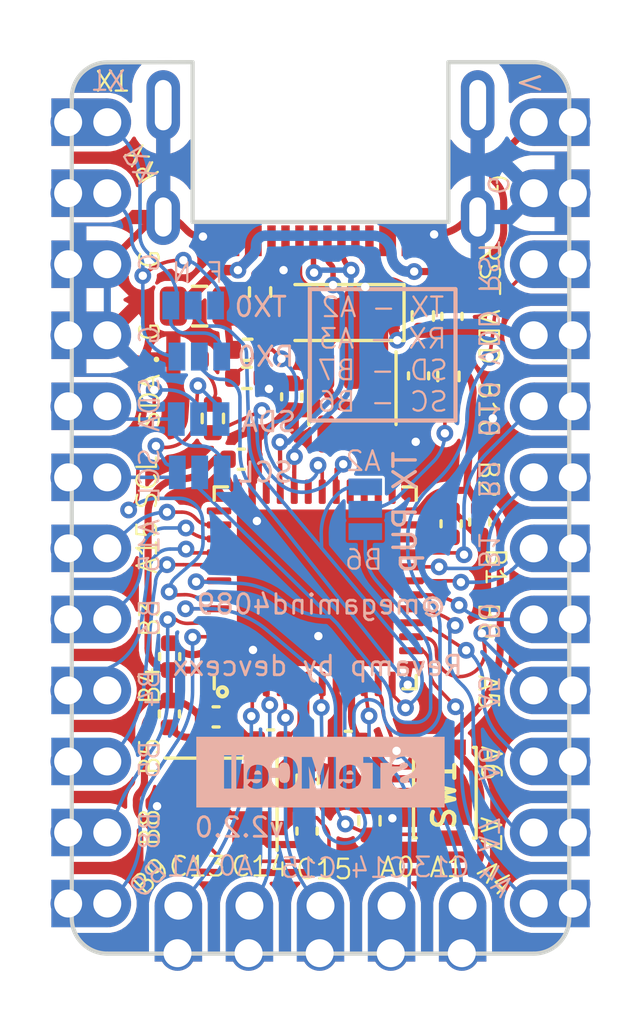
<source format=kicad_pcb>
(kicad_pcb (version 20241229) (generator "pcbnew") (generator_version "9.0")
  (title_block (title "STeMCell") (date "2025-03-02") (rev "2.2.0"))
  (layers (0 "F.Cu" signal) (2 "B.Cu" signal) (13 "F.Paste" user) (15 "B.Paste" user) (5 "F.SilkS" user "F.Silkscreen") (7 "B.SilkS" user "B.Silkscreen") (1 "F.Mask" user) (3 "B.Mask" user) (25 "Edge.Cuts" user))
  (net 0 "")
  (net 1 "VBUS")
  (net 2 "GND")
  (net 3 "VDD")
  (net 4 "/RESET")
  (net 5 "/LED_R")
  (net 6 "/CC1")
  (net 9 "/CC2")
  (net 10 "/TX0")
  (net 11 "/RX0")
  (net 12 "/SDA")
  (net 13 "/SCL")
  (net 15 "/SWD")
  (net 17 "/SWC")
  (net 18 "/HSE_IN")
  (net 19 "/PA2")
  (net 20 "/PB7")
  (net 21 "/PB6")
  (net 22 "/PA3")
  (net 23 "/PA9")
  (net 24 "/BOOT0")
  (net 26 "/PB9")
  (net 27 "/PB8")
  (net 28 "/PA15")
  (net 29 "/PB5")
  (net 30 "/PB4")
  (net 31 "/PB3")
  (net 32 "/PA7")
  (net 33 "/PA6")
  (net 34 "/PA5")
  (net 35 "/PA4")
  (net 36 "/PB10")
  (net 37 "/PB2")
  (net 38 "/PB1")
  (net 39 "/PB0")
  (net 40 "/PC15")
  (net 41 "/PC14")
  (net 42 "/PC13")
  (net 46 "/PA0")
  (net 47 "/PA1")
  (net 48 "/PA8")
  (net 49 "/HSE_OUT_1")
  (net 50 "/VCAP1")
  (net 51 "/USB_DP")
  (net 52 "/USB_DN")
  (net 53 "/HSE_OUT")
  (net 54 "/TX_PULLUP")
  (net 55 "/VBUS_FF")
  (net 56 "/VBUS_F")
  (footprint "stemcell:USB-C-SMD_MC-109-C10" (layer "F.Cu") (at 100.1 53.175 180)
    (property "Reference" "J1")
    (property "Value" "USB C Connector")
  )
  (footprint "Capacitor_SMD:C_0402_1005Metric" (layer "F.Cu") (at 98.32 73.45 180)
    (property "Reference" "C10")
    (property "Value" "20p")
  )
  (footprint "Package_TO_SOT_SMD:SOT-23-5" (layer "F.Cu") (at 101.2419 61.3719 -90)
    (property "Reference" "U2")
    (property "Value" "XC6220B331MR")
  )
  (footprint "stemcell:Pins5_castellated" (layer "F.Cu") (at 95.0214 79.375 90)
    (property "Reference" "J4" (hide yes))
    (property "Value" "Down" (hide yes))
  )
  (footprint "stemcell:Pins12_castellated" (layer "F.Cu") (at 92.4814 51.3588)
    (property "Reference" "J2" (hide yes))
    (property "Value" "Left" (hide yes))
  )
  (footprint "Resistor_SMD:R_0402_1005Metric" (layer "F.Cu") (at 97.4999 59.4995)
    (property "Reference" "R5")
    (property "Value" "4.7k")
  )
  (footprint "Fuse:Fuse_0805_2012Metric" (layer "F.Cu") (at 95.7811 57.9374)
    (property "Reference" "F1")
    (property "Value" "1A Fuse")
  )
  (footprint "Capacitor_SMD:C_0402_1005Metric" (layer "F.Cu") (at 94.71 70.47 90)
    (property "Reference" "C5")
    (property "Value" "100n")
  )
  (footprint "Resistor_SMD:R_0402_1005Metric" (layer "F.Cu") (at 97.4705 60.5028)
    (property "Reference" "R6")
    (property "Value" "10k")
  )
  (footprint "Capacitor_SMD:C_0402_1005Metric" (layer "F.Cu") (at 101.095 73.5 180)
    (property "Reference" "C8")
    (property "Value" "100n")
  )
  (footprint "Resistor_SMD:R_0402_1005Metric" (layer "F.Cu") (at 97.9424 57.4314 -90)
    (property "Reference" "R3")
    (property "Value" "5k1")
  )
  (footprint "Resistor_SMD:R_0402_1005Metric" (layer "F.Cu") (at 96.2533 61.9526 90)
    (property "Reference" "R4")
    (property "Value" "2k2")
  )
  (footprint "Capacitor_SMD:C_0402_1005Metric" (layer "F.Cu") (at 96.37 72.625)
    (property "Reference" "C4")
    (property "Value" "100n")
  )
  (footprint "Capacitor_SMD:C_0402_1005Metric" (layer "F.Cu") (at 97.2719 63.4111)
    (property "Reference" "C6")
    (property "Value" "100n")
  )
  (footprint "Capacitor_SMD:C_0402_1005Metric" (layer "F.Cu") (at 99.0727 61.1785 -90)
    (property "Reference" "C1")
    (property "Value" "10u")
  )
  (footprint "Crystal:Crystal_SMD_3225-4Pin_3.2x2.5mm" (layer "F.Cu") (at 96.55 75.75 180)
    (property "Reference" "Y1")
    (property "Value" "HSE1 8Mhz 12pF")
  )
  (footprint "Capacitor_SMD:C_0402_1005Metric" (layer "F.Cu") (at 99.62 76.71 -90)
    (property "Reference" "C11")
    (property "Value" "20p")
  )
  (footprint "Resistor_SMD:R_0402_1005Metric" (layer "F.Cu") (at 99.64 74.86 90)
    (property "Reference" "R1")
    (property "Value" "220")
  )
  (footprint "Capacitor_SMD:C_0402_1005Metric" (layer "F.Cu") (at 104.8004 58.3031 -90)
    (property "Reference" "C12")
    (property "Value" "100n")
  )
  (footprint "Diode_SMD:D_SOD-123" (layer "F.Cu") (at 100.838 58.166 180)
    (property "Reference" "D2")
    (property "Value" "B5819W")
  )
  (footprint "Resistor_SMD:R_0402_1005Metric" (layer "F.Cu") (at 104.6734 60.45 -90)
    (property "Reference" "R7")
    (property "Value" "10k")
  )
  (footprint "Capacitor_SMD:C_0402_1005Metric" (layer "F.Cu") (at 105.791 65.6616 -90)
    (property "Reference" "C9")
    (property "Value" "4.7u")
  )
  (footprint "Capacitor_SMD:C_0402_1005Metric" (layer "F.Cu") (at 103.6066 60.4292 -90)
    (property "Reference" "C2")
    (property "Value" "4.7u")
  )
  (footprint "Resistor_SMD:R_0402_1005Metric" (layer "F.Cu") (at 103.759 58.291 -90)
    (property "Reference" "R2")
    (property "Value" "5k1")
  )
  (footprint "LED_SMD:LED_0402_1005Metric" (layer "F.Cu") (at 95.3286 59.8424)
    (property "Reference" "D1")
    (property "Value" "LED")
  )
  (footprint "Button_Switch_SMD:SW_SPST_CK_KXT3" (layer "F.Cu") (at 104.5464 75.3364 90)
    (property "Reference" "SW1")
    (property "Value" "Boot0")
  )
  (footprint "Capacitor_SMD:C_0402_1005Metric" (layer "F.Cu") (at 94.7 72.52 -90)
    (property "Reference" "C7")
    (property "Value" "100n")
  )
  (footprint "Capacitor_SMD:C_0402_1005Metric" (layer "F.Cu") (at 104.77 65.72 -90)
    (property "Reference" "C3")
    (property "Value" "4.7u")
  )
  (footprint "Package_DFN_QFN:QFN-48-1EP_7x7mm_P0.5mm_EP5.6x5.6mm" (layer "F.Cu") (at 99.9124 68.01 90)
    (property "Reference" "U1")
    (property "Value" "STM32F4x1CxUx")
  )
  (footprint "Resistor_SMD:R_0402_1005Metric" (layer "F.Cu") (at 101.85 76.34 90)
    (property "Reference" "R8")
    (property "Value" "10k")
  )
  (footprint "stemcell:SOLDER_JUMPER_3" (layer "B.Cu") (at 101.7016 65.2018 -90)
    (property "Reference" "JP5" (hide yes))
    (property "Value" "TX PUp")
  )
  (footprint "kibuzzard-620B7294" (layer "B.Cu") (at 100.1 74.6 180)
    (property "Reference" "kibuzzard-620B7294" (hide yes))
    (property "Value" "G***" (hide yes))
  )
  (footprint "stemcell:SOLDER_JUMPER_3" (layer "B.Cu") (at 95.7454 61.976 180)
    (property "Reference" "JP3" (hide yes))
    (property "Value" "SDA")
  )
  (footprint "stemcell:Pins12_castellated" (layer "B.Cu") (at 107.7214 51.3588 180)
    (property "Reference" "J3" (hide yes))
    (property "Value" "Right" (hide yes))
  )
  (footprint "stemcell:SOLDER_JUMPER_3" (layer "B.Cu") (at 95.55 57.912 180)
    (property "Reference" "JP1" (hide yes))
    (property "Value" "TX0")
  )
  (footprint "stemcell:SOLDER_JUMPER_3" (layer "B.Cu") (at 95.77 59.74)
    (property "Reference" "JP2" (hide yes))
    (property "Value" "RX0")
  )
  (footprint "stemcell:SOLDER_JUMPER_3" (layer "B.Cu") (at 95.7834 63.881)
    (property "Reference" "JP4" (hide yes))
    (property "Value" "SCL")
  )
  (gr_circle (center 96.5962 71.7296) (end 96.4692 71.8312) (stroke (width 0.15)) (fill no) (layer "F.SilkS"))
  (gr_rect (start 99.7204 57.3278) (end 104.9274 62.0268) (stroke (width 0.15)) (fill no) (layer "B.SilkS"))
  (gr_arc (start 107.7214 49.2125) (mid 108.619426 49.584474) (end 108.9914 50.4825) (stroke (width 0.15)) (layer "Edge.Cuts"))
  (gr_line (start 92.4814 49.221526) (end 95.5294 49.2125) (stroke (width 0.15)) (layer "Edge.Cuts"))
  (gr_line (start 95.5294 54.9241) (end 104.6734 54.9241) (stroke (width 0.15)) (layer "Edge.Cuts"))
  (gr_line (start 91.2114 50.491526) (end 91.2114 79.8195) (stroke (width 0.15)) (layer "Edge.Cuts"))
  (gr_line (start 95.5294 49.2125) (end 95.5294 54.9241) (stroke (width 0.15)) (layer "Edge.Cuts"))
  (gr_arc (start 92.4814 81.0895) (mid 91.583373 80.717527) (end 91.2114 79.8195) (stroke (width 0.15)) (layer "Edge.Cuts"))
  (gr_arc (start 91.2114 50.491526) (mid 91.583374 49.5935) (end 92.4814 49.221526) (stroke (width 0.15)) (layer "Edge.Cuts"))
  (gr_arc (start 108.9914 79.8195) (mid 108.619426 80.717526) (end 107.7214 81.0895) (stroke (width 0.15)) (layer "Edge.Cuts"))
  (gr_line (start 92.4814 81.0895) (end 107.7214 81.0895) (stroke (width 0.15)) (layer "Edge.Cuts"))
  (gr_line (start 104.6734 54.9241) (end 104.6734 49.2125) (stroke (width 0.15)) (layer "Edge.Cuts"))
  (gr_line (start 108.9914 79.8195) (end 108.9914 50.4825) (stroke (width 0.15)) (layer "Edge.Cuts"))
  (gr_line (start 104.6734 49.2125) (end 107.7214 49.2125) (stroke (width 0.15)) (layer "Edge.Cuts"))
  (gr_text "SCL" (at 93.9 64.25 90) (layer "F.SilkS") (effects (font (size 0.7 0.7) (thickness 0.08))))
  (gr_text "G" (at 106.45 53.55 -90) (layer "F.SilkS") (effects (font (size 0.7 0.7) (thickness 0.08))))
  (gr_text "C13" (at 95.7 77.975 0) (layer "F.SilkS") (effects (font (size 0.7 0.7) (thickness 0.08))))
  (gr_text "V" (at 107.55 49.95 270) (layer "F.SilkS") (effects (font (size 0.7 0.7) (thickness 0.08))))
  (gr_text "A0" (at 102.851 78 0) (layer "F.SilkS") (effects (font (size 0.7 0.7) (thickness 0.08))))
  (gr_text "B9" (at 94.038719 78.3308 45) (layer "F.SilkS") (effects (font (size 0.7 0.7) (thickness 0.08))))
  (gr_text "RST" (at 106.14 56.62 -90) (layer "F.SilkS") (effects (font (size 0.7 0.7) (thickness 0.08))))
  (gr_text "TX" (at 92.65 49.85 180) (layer "F.SilkS") (effects (font (size 0.7 0.7) (thickness 0.08))))
  (gr_text "G" (at 94 58.8516 90) (layer "F.SilkS") (effects (font (size 0.7 0.7) (thickness 0.08))))
  (gr_text "B8" (at 94 76.5808 90) (layer "F.SilkS") (effects (font (size 0.7 0.7) (thickness 0.08))))
  (gr_text "RX" (at 93.75 52.85 120) (layer "F.SilkS") (effects (font (size 0.7 0.7) (thickness 0.08))))
  (gr_text "A15" (at 93.9 66.55 90) (layer "F.SilkS") (effects (font (size 0.7 0.7) (thickness 0.08))))
  (gr_text "B3" (at 94 69.1 90) (layer "F.SilkS") (effects (font (size 0.7 0.7) (thickness 0.08))))
  (gr_text "G" (at 94 56.2608 90) (layer "F.SilkS") (effects (font (size 0.7 0.7) (thickness 0.08))))
  (gr_text "B1" (at 106.36 67.26 -90) (layer "F.SilkS") (effects (font (size 0.7 0.7) (thickness 0.08))))
  (gr_text "C15" (at 100.2348 78.0762 0) (layer "F.SilkS") (effects (font (size 0.7 0.7) (thickness 0.08))))
  (gr_text "B0" (at 106.1024 69.2054 -90) (layer "F.SilkS") (effects (font (size 0.7 0.7) (thickness 0.08))))
  (gr_text "B4" (at 94 71.5008 90) (layer "F.SilkS") (effects (font (size 0.7 0.7) (thickness 0.08))))
  (gr_text "A5" (at 106.1024 71.7454 -90) (layer "F.SilkS") (effects (font (size 0.7 0.7) (thickness 0.08))))
  (gr_text "B5" (at 94 74.0408 90) (layer "F.SilkS") (effects (font (size 0.7 0.7) (thickness 0.08))))
  (gr_text "B10" (at 106.1024 61.6108 -90) (layer "F.SilkS") (effects (font (size 0.7 0.7) (thickness 0.08))))
  (gr_text "A4" (at 106.35 78.4 -45) (layer "F.SilkS") (effects (font (size 0.7 0.7) (thickness 0.08))))
  (gr_text "A6" (at 106.2 74.28 -90) (layer "F.SilkS") (effects (font (size 0.7 0.7) (thickness 0.08))))
  (gr_text "A1" (at 104.625 78 0) (layer "F.SilkS") (effects (font (size 0.7 0.7) (thickness 0.08))))
  (gr_text "C14" (at 97.925 77.975 0) (layer "F.SilkS") (effects (font (size 0.7 0.7) (thickness 0.08))))
  (gr_text "VDD" (at 106.1024 59.0454 -90) (layer "F.SilkS") (effects (font (size 0.7 0.7) (thickness 0.08))))
  (gr_text "A7" (at 106.18 76.82 -90) (layer "F.SilkS") (effects (font (size 0.7 0.7) (thickness 0.08))))
  (gr_text "B2" (at 106.1024 64.1254 -90) (layer "F.SilkS") (effects (font (size 0.7 0.7) (thickness 0.08))))
  (gr_text "SDA" (at 94 61.3408 90) (layer "F.SilkS") (effects (font (size 0.7 0.7) (thickness 0.08))))
  (gr_text "C14" (at 102.2 78.025 0) (layer "B.SilkS") (effects (font (size 0.7 0.7) (thickness 0.08)) (justify mirror)))
  (gr_text "v2.2.0" (at 97.2 76.575 0) (layer "B.SilkS") (effects (font (size 0.7 0.7) (thickness 0.1)) (justify mirror)))
  (gr_text "A7" (at 106.1 76.83 270) (layer "B.SilkS") (effects (font (size 0.7 0.7) (thickness 0.08)) (justify mirror)))
  (gr_text "@megamind4089" (at 100.1268 68.6 0) (layer "B.SilkS") (effects (font (size 0.7 0.7) (thickness 0.1)) (justify mirror)))
  (gr_text "VDD" (at 106.1 59.05 270) (layer "B.SilkS") (effects (font (size 0.7 0.7) (thickness 0.08)) (justify mirror)))
  (gr_text "A15" (at 93.988719 66.51 90) (layer "B.SilkS") (effects (font (size 0.7 0.7) (thickness 0.08)) (justify mirror)))
  (gr_text "B6" (at 101.6508 67.0052 0) (layer "B.SilkS") (effects (font (size 0.7 0.7) (thickness 0.08)) (justify mirror)))
  (gr_text "B5" (at 93.988719 74.1554 90) (layer "B.SilkS") (effects (font (size 0.7 0.7) (thickness 0.08)) (justify mirror)))
  (gr_text "C15" (at 99.6854 78.025 0) (layer "B.SilkS") (effects (font (size 0.7 0.7) (thickness 0.08)) (justify mirror)))
  (gr_text "B2" (at 106.1 64.13 270) (layer "B.SilkS") (effects (font (size 0.7 0.7) (thickness 0.08)) (justify mirror)))
  (gr_text "SCL" (at 93.988719 63.97 90) (layer "B.SilkS") (effects (font (size 0.7 0.7) (thickness 0.08)) (justify mirror)))
  (gr_text "TX - A2\nRX - A3\nSD - B7\nSC - B6" (at 102.3239 59.6646 0) (layer "B.SilkS") (effects (font (size 0.7 0.7) (thickness 0.08)) (justify mirror)))
  (gr_text "B0" (at 106.1 69.21 270) (layer "B.SilkS") (effects (font (size 0.7 0.7) (thickness 0.08)) (justify mirror)))
  (gr_text "RX" (at 93.67 52.85 120) (layer "B.SilkS") (effects (font (size 0.7 0.7) (thickness 0.08)) (justify mirror)))
  (gr_text "G" (at 93.988719 56.3754 90) (layer "B.SilkS") (effects (font (size 0.7 0.7) (thickness 0.08)) (justify mirror)))
  (gr_text "A0" (at 97.0692 77.9488 0) (layer "B.SilkS") (effects (font (size 0.7 0.7) (thickness 0.08)) (justify mirror)))
  (gr_text "RST" (at 106.1 56.5354 270) (layer "B.SilkS") (effects (font (size 0.7 0.7) (thickness 0.08)) (justify mirror)))
  (gr_text "A1" (at 95.225 77.975 0) (layer "B.SilkS") (effects (font (size 0.7 0.7) (thickness 0.08)) (justify mirror)))
  (gr_text "A5" (at 106.1 71.75 270) (layer "B.SilkS") (effects (font (size 0.7 0.7) (thickness 0.08)) (justify mirror)))
  (gr_text "A6" (at 106.1 74.29 270) (layer "B.SilkS") (effects (font (size 0.7 0.7) (thickness 0.08)) (justify mirror)))
  (gr_text "B3" (at 93.988719 69.0754 90) (layer "B.SilkS") (effects (font (size 0.7 0.7) (thickness 0.08)) (justify mirror)))
  (gr_text "A2" (at 101.6254 63.4746 0) (layer "B.SilkS") (effects (font (size 0.7 0.7) (thickness 0.08)) (justify mirror)))
  (gr_text "TX" (at 92.54 49.82 180) (layer "B.SilkS") (effects (font (size 0.7 0.7) (thickness 0.08)) (justify mirror)))
  (gr_text "G" (at 106.43 53.62 270) (layer "B.SilkS") (effects (font (size 0.7 0.7) (thickness 0.08)) (justify mirror)))
  (gr_text "SDA" (at 93.988719 61.4554 90) (layer "B.SilkS") (effects (font (size 0.7 0.7) (thickness 0.08)) (justify mirror)))
  (gr_text "V" (at 107.57 49.96 270) (layer "B.SilkS") (effects (font (size 0.7 0.7) (thickness 0.08)) (justify mirror)))
  (gr_text "B1" (at 106.1 66.67 270) (layer "B.SilkS") (effects (font (size 0.7 0.7) (thickness 0.08)) (justify mirror)))
  (gr_text "G" (at 93.988719 58.9662 90) (layer "B.SilkS") (effects (font (size 0.7 0.7) (thickness 0.08)) (justify mirror)))
  (gr_text "F N" (at 95.7072 56.7436 0) (layer "B.SilkS") (effects (font (size 0.7 0.7) (thickness 0.08)) (justify mirror)))
  (gr_text "B10" (at 106.1 61.6154 270) (layer "B.SilkS") (effects (font (size 0.7 0.7) (thickness 0.08)) (justify mirror)))
  (gr_text "Revamp by devcexx" (at 100 70.8 0) (layer "B.SilkS") (effects (font (size 0.7 0.7) (thickness 0.1)) (justify mirror)))
  (gr_text "B9" (at 93.95 78.4454 45) (layer "B.SilkS") (effects (font (size 0.7 0.7) (thickness 0.08)) (justify mirror)))
  (gr_text "A4" (at 106.3524 78.4454 315) (layer "B.SilkS") (effects (font (size 0.7 0.7) (thickness 0.08)) (justify mirror)))
  (gr_text "B4" (at 93.988719 71.6154 90) (layer "B.SilkS") (effects (font (size 0.7 0.7) (thickness 0.08)) (justify mirror)))
  (gr_text "B8" (at 93.988719 76.6954 90) (layer "B.SilkS") (effects (font (size 0.7 0.7) (thickness 0.08)) (justify mirror)))
  (gr_text "C13" (at 104.425 78 0) (layer "B.SilkS") (effects (font (size 0.7 0.7) (thickness 0.08)) (justify mirror)))
  (segment (start 106.799237 52.300174) (end 107.7214 51.3588) (width 0.254) (layer "F.Cu") (net 1))
  (segment (start 106.65 54.3) (end 106.648029 54.239562) (width 0.254) (layer "F.Cu") (net 1))
  (segment (start 97.7 55.6) (end 97.7 55.787868) (width 0.254) (layer "F.Cu") (net 1))
  (segment (start 96.25 56.8) (end 95.302811 57.747189) (width 0.375) (layer "F.Cu") (net 1))
  (segment (start 97.7 55.675736) (end 97.7 55.6) (width 0.375) (layer "F.Cu") (net 1))
  (segment (start 106.648029 54.239562) (end 106.648029 54.219506) (width 0.254) (layer "F.Cu") (net 1))
  (segment (start 97.15 56.65) (end 96.612132 56.65) (width 0.375) (layer "F.Cu") (net 1))
  (segment (start 106.497904 52.601507) (end 106.799237 52.300174) (width 0.254) (layer "F.Cu") (net 1))
  (segment (start 106.65 55.225736) (end 106.65 54.3) (width 0.254) (layer "F.Cu") (net 1))
  (segment (start 97.4 56.4) (end 97.15 56.65) (width 0.375) (layer "F.Cu") (net 1))
  (segment (start 104.7 56.7) (end 103.45 56.7) (width 0.254) (layer "F.Cu") (net 1))
  (segment (start 102.5 55.6) (end 102.5 55.75) (width 0.254) (layer "F.Cu") (net 1))
  (segment (start 106.25 53.258579) (end 106.25 53.2) (width 0.254) (layer "F.Cu") (net 1))
  (segment (start 106.236396 56.063604) (end 106.35 55.95) (width 0.254) (layer "F.Cu") (net 1))
  (via (at 103.45 56.7) (size 0.6) (drill 0.3) (layers "F.Cu" "B.Cu") (net 1))
  (via (at 97.15 56.65) (size 0.6) (drill 0.3) (layers "F.Cu" "B.Cu") (net 1))
  (arc (start 97.4 56.4) (mid 97.622033 56.067705) (end 97.7 55.675736) (width 0.375) (layer "F.Cu") (net 1))
  (arc (start 106.35 55.95) (mid 106.572033 55.617705) (end 106.65 55.225736) (width 0.254) (layer "F.Cu") (net 1))
  (arc (start 102.5 55.75) (mid 102.778249 56.421751) (end 103.45 56.7) (width 0.254) (layer "F.Cu") (net 1))
  (arc (start 96.612132 56.65) (mid 96.416148 56.688984) (end 96.25 56.8) (width 0.375) (layer "F.Cu") (net 1))
  (arc (start 104.7 56.7) (mid 105.531492 56.534606) (end 106.236396 56.063604) (width 0.254) (layer "F.Cu") (net 1))
  (arc (start 106.35 53.5) (mid 106.275989 53.389235) (end 106.25 53.258579) (width 0.254) (layer "F.Cu") (net 1))
  (arc (start 106.648029 54.219506) (mid 106.570574 53.830112) (end 106.35 53.5) (width 0.254) (layer "F.Cu") (net 1))
  (arc (start 97.270711 56.429289) (mid 97.192388 56.481623) (end 97.1 56.5) (width 0.254) (layer "F.Cu") (net 1))
  (arc (start 106.25 53.2) (mid 106.314428 52.876098) (end 106.497904 52.601507) (width 0.254) (layer "F.Cu") (net 1))
  (arc (start 95.302811 57.747189) (mid 95.092123 57.887966) (end 94.8436 57.9374) (width 0.375) (layer "F.Cu") (net 1))
  (segment (start 103.212132 56.7) (end 103.45 56.7) (width 0.375) (layer "B.Cu") (net 1))
  (segment (start 101.975675 55.417475) (end 98.132525 55.417475) (width 0.375) (layer "B.Cu") (net 1))
  (segment (start 97.8 55.75) (end 97.8 55.8) (width 0.375) (layer "B.Cu") (net 1))
  (segment (start 97.658579 56.141422) (end 97.15 56.65) (width 0.375) (layer "B.Cu") (net 1))
  (segment (start 102.823975 56.523975) (end 102.85 56.55) (width 0.375) (layer "B.Cu") (net 1))
  (arc (start 102.6414 56.0832) (mid 102.446415 55.61246) (end 101.975675 55.417475) (width 0.375) (layer "B.Cu") (net 1))
  (arc (start 102.6414 56.0832) (mid 102.68885 56.321746) (end 102.823975 56.523975) (width 0.375) (layer "B.Cu") (net 1))
  (arc (start 102.85 56.55) (mid 103.016148 56.661016) (end 103.212132 56.7) (width 0.375) (layer "B.Cu") (net 1))
  (arc (start 97.8 55.8) (mid 97.763246 55.984776) (end 97.658579 56.141422) (width 0.375) (layer "B.Cu") (net 1))
  (arc (start 98.132525 55.417475) (mid 97.897394 55.514869) (end 97.8 55.75) (width 0.375) (layer "B.Cu") (net 1))
  (segment (start 95.45 74.9) (end 95.66 74.9) (width 0.254) (layer "F.Cu") (net 2))
  (segment (start 96.85 72.625) (end 96.85 72.634758) (width 0.254) (layer "F.Cu") (net 2))
  (segment (start 97.9591 60.674879) (end 99.039121 61.7549) (width 0.254) (layer "F.Cu") (net 2))
  (segment (start 105.233006 54.928394) (end 105.6894 54.472) (width 0.254) (layer "F.Cu") (net 2))
  (segment (start 96.9 55.6) (end 96.262132 55.6) (width 0.254) (layer "F.Cu") (net 2))
  (segment (start 103.831494 65.748715) (end 104.790242 65.25) (width 0.254) (layer "F.Cu") (net 2))
  (segment (start 101.0387 60.082) (end 101.1911 60.2344) (width 0.254) (layer "F.Cu") (net 2))
  (segment (start 100.6624 68.76) (end 99.9124 68.01) (width 0.254) (layer "F.Cu") (net 2))
  (segment (start 103.3499 65.76) (end 102.1624 65.76) (width 0.254) (layer "F.Cu") (net 2))
  (segment (start 103.3499 65.76) (end 103.785347 65.76) (width 0.254) (layer "F.Cu") (net 2))
  (segment (start 95.111629 55.01163) (end 95.35 55.25) (width 0.254) (layer "F.Cu") (net 2))
  (segment (start 98.686487 57.15) (end 98.686487 56.744113) (width 0.254) (layer "F.Cu") (net 2))
  (segment (start 96.097305 73.3552) (end 95.376558 73.3552) (width 0.254) (layer "F.Cu") (net 2))
  (segment (start 100.756511 72.049908) (end 100.756511 73.358489) (width 0.254) (layer "F.Cu") (net 2))
  (segment (start 103.505 62.7888) (end 103.505 61.0108) (width 0.254) (layer "F.Cu") (net 2))
  (segment (start 97.9424 57.894087) (end 97.9424 57.9414) (width 0.254) (layer "F.Cu") (net 2))
  (segment (start 96.85 72.634758) (end 96.583414 73.079752) (width 0.254) (layer "F.Cu") (net 2))
  (segment (start 96.012 70.3072) (end 95.717711 70.380757) (width 0.254) (layer "F.Cu") (net 2))
  (segment (start 97.9591 60.5028) (end 97.9591 60.674879) (width 0.254) (layer "F.Cu") (net 2))
  (segment (start 97.6624 64.5725) (end 97.6624 65.76) (width 0.254) (layer "F.Cu") (net 2))
  (segment (start 95.38 74.9) (end 95.45 74.9) (width 0.254) (layer "F.Cu") (net 2))
  (segment (start 100.756511 73.358489) (end 100.615 73.5) (width 0.254) (layer "F.Cu") (net 2))
  (segment (start 101.285747 57.664253) (end 101.7 57.25) (width 0.254) (layer "F.Cu") (net 2))
  (segment (start 97.65 64.5601) (end 97.6624 64.5725) (width 0.254) (layer "F.Cu") (net 2))
  (segment (start 95.66 74.9) (end 96.94 76.18) (width 0.254) (layer "F.Cu") (net 2))
  (segment (start 99.62 77.19) (end 98.24 77.19) (width 0.254) (layer "F.Cu") (net 2))
  (segment (start 96.8675 72.7275) (end 97.6925 73.5525) (width 0.254) (layer "F.Cu") (net 2))
  (segment (start 96.012 70.3072) (end 96.4749 70.26) (width 0.254) (layer "F.Cu") (net 2))
  (segment (start 92.973356 59.470756) (end 92.4814 58.9788) (width 0.254) (layer "F.Cu") (net 2))
  (segment (start 101.389319 75.369319) (end 101.85 75.83) (width 0.254) (layer "F.Cu") (net 2))
  (segment (start 98.809079 61.7549) (end 99.06 61.7549) (width 0.254) (layer "F.Cu") (net 2))
  (segment (start 94.2594 75.819) (end 95.38 74.9) (width 0.254) (layer "F.Cu") (net 2))
  (segment (start 94.4482 54.472) (end 92.4814 56.4388) (width 0.254) (layer "F.Cu") (net 2))
  (segment (start 96.4749 70.26) (end 97.6624 70.26) (width 0.254) (layer "F.Cu") (net 2))
  (segment (start 104.790242 65.25) (end 104.809758 65.25) (width 0.254) (layer "F.Cu") (net 2))
  (segment (start 97.65 63.35) (end 97.65 64.5601) (width 0.254) (layer "F.Cu") (net 2))
  (segment (start 103.6701 58.7796) (end 104.7369 58.7831) (width 0.254) (layer "F.Cu") (net 2))
  (segment (start 98.24 77.19) (end 97.65 76.6) (width 0.254) (layer "F.Cu") (net 2))
  (segment (start 102.1624 65.76) (end 99.9124 68.01) (width 0.254) (layer "F.Cu") (net 2))
  (segment (start 94.889567 73.169352) (end 94.7 73) (width 0.254) (layer "F.Cu") (net 2))
  (segment (start 95.832843 55.45) (end 95.9 55.45) (width 0.254) (layer "F.Cu") (net 2))
  (segment (start 97.6624 70.26) (end 99.9124 68.01) (width 0.254) (layer "F.Cu") (net 2))
  (segment (start 105.6894 50.472) (end 105.6894 54.472) (width 0.254) (layer "F.Cu") (net 2))
  (segment (start 94.5394 54.472) (end 94.4482 54.472) (width 0.254) (layer "F.Cu") (net 2))
  (segment (start 97.958318 62.605661) (end 98.809079 61.7549) (width 0.254) (layer "F.Cu") (net 2))
  (segment (start 102.67 76.25) (end 101.85 75.83) (width 0.254) (layer "F.Cu") (net 2))
  (segment (start 97.6624 65.76) (end 99.9124 68.01) (width 0.254) (layer "F.Cu") (net 2))
  (segment (start 98.686487 57.15) (end 97.9424 57.894087) (width 0.254) (layer "F.Cu") (net 2))
  (segment (start 100.6624 71.4475) (end 100.6624 68.76) (width 0.254) (layer "F.Cu") (net 2))
  (segment (start 94.7372 59.8424) (end 93.962567 59.8805) (width 0.254) (layer "F.Cu") (net 2))
  (segment (start 101.0387 58.260677) (end 101.0387 60.082) (width 0.254) (layer "F.Cu") (net 2))
  (segment (start 103.505 61.0108) (end 103.6066 60.9092) (width 0.254) (layer "F.Cu") (net 2))
  (segment (start 104.809758 65.25) (end 105.709758 66.15) (width 0.254) (layer "F.Cu") (net 2))
  (segment (start 94.71 69.99) (end 95.13336 70.277131) (width 0.254) (layer "F.Cu") (net 2))
  (segment (start 94.959869 54.89812) (end 94.5394 54.472) (width 0.254) (layer "F.Cu") (net 2))
  (via (at 102.67 76.25) (size 0.6) (drill 0.3) (layers "F.Cu" "B.Cu") (net 2))
  (via (at 101.7 57.25) (size 0.6) (drill 0.3) (layers "F.Cu" "B.Cu") (net 2))
  (via (at 103.505 62.7888) (size 0.6) (drill 0.3) (layers "F.Cu" "B.Cu") (net 2))
  (via (at 98.7806 56.65) (size 0.6) (drill 0.3) (layers "F.Cu" "B.Cu") (net 2))
  (via (at 104.162 55.372) (size 0.6) (drill 0.3) (layers "F.Cu" "B.Cu") (net 2))
  (via (at 97.6884 70.231) (size 0.6) (drill 0.3) (layers "F.Cu" "B.Cu") (net 2))
  (via (at 106.2609 61.9506) (size 0.6) (drill 0.3) (layers "F.Cu" "B.Cu") (net 2))
  (via (at 95.9 55.45) (size 0.6) (drill 0.3) (layers "F.Cu" "B.Cu") (net 2))
  (via (at 97.8281 65.6209) (size 0.6) (drill 0.3) (layers "F.Cu" "B.Cu") (net 2))
  (via (at 94.2594 75.819) (size 0.6) (drill 0.3) (layers "F.Cu" "B.Cu") (net 2))
  (via (at 100.0252 69.7357) (size 0.6) (drill 0.3) (layers "F.Cu" "B.Cu") (net 2))
  (via (at 98.2599 60.8965) (size 0.6) (drill 0.3) (layers "F.Cu" "B.Cu") (net 2))
  (arc (start 105.233006 54.928394) (mid 104.741646 55.25671) (end 104.162 55.372) (width 0.254) (layer "F.Cu") (net 2))
  (arc (start 100.615 73.5) (mid 100.816239 74.511644) (end 101.389319 75.369319) (width 0.254) (layer "F.Cu") (net 2))
  (arc (start 98.686487 56.744113) (mid 98.714052 56.677565) (end 98.7806 56.65) (width 0.254) (layer "F.Cu") (net 2))
  (arc (start 97.65 63.35) (mid 97.730129 62.947169) (end 97.958318 62.605661) (width 0.254) (layer "F.Cu") (net 2))
  (arc (start 93.962567 59.8805) (mid 93.42721 59.774011) (end 92.973356 59.470756) (width 0.254) (layer "F.Cu") (net 2))
  (arc (start 100.652001 71.8312) (mid 100.72935 71.946959) (end 100.756511 72.083507) (width 0.254) (layer "F.Cu") (net 2))
  (arc (start 96.262132 55.6) (mid 96.066148 55.561016) (end 95.9 55.45) (width 0.254) (layer "F.Cu") (net 2))
  (arc (start 95.717711 70.380757) (mid 95.41448 70.391286) (end 95.13336 70.277131) (width 0.254) (layer "F.Cu") (net 2))
  (arc (start 96.097305 73.3552) (mid 96.376667 73.281552) (end 96.583414 73.079752) (width 0.254) (layer "F.Cu") (net 2))
  (arc (start 94.889567 73.169352) (mid 95.115934 73.30716) (end 95.376558 73.3552) (width 0.254) (layer "F.Cu") (net 2))
  (arc (start 95.35 55.25) (mid 95.571531 55.398021) (end 95.832843 55.45) (width 0.254) (layer "F.Cu") (net 2))
  (arc (start 103.831494 65.748715) (mid 103.8091 65.757137) (end 103.785347 65.76) (width 0.254) (layer "F.Cu") (net 2))
  (arc (start 94.48 54.75) (mid 94.821835 54.817995) (end 95.111629 55.01163) (width 0.254) (layer "F.Cu") (net 2))
  (arc (start 101.0387 58.260677) (mid 101.102905 57.937895) (end 101.285747 57.664253) (width 0.254) (layer "F.Cu") (net 2))
  (segment (start 98.95456 55.90924) (end 98.939825 55.90924) (width 0.254) (layer "B.Cu") (net 2))
  (segment (start 98.6 56.05) (end 98.435356 56.214644) (width 0.254) (layer "B.Cu") (net 2))
  (segment (start 97.887868 57.2) (end 97.041421 57.2) (width 0.254) (layer "B.Cu") (net 2))
  (segment (start 98.4 56.3) (end 98.4 56.379289) (width 0.254) (layer "B.Cu") (net 2))
  (segment (start 99.504496 72.466196) (end 99.5196 76.4056) (width 0.254) (layer "B.Cu") (net 2))
  (segment (start 94.235216 75.819) (end 95.0468 75.7936) (width 0.254) (layer "B.Cu") (net 2))
  (segment (start 92.4814 56.4388) (end 92.4814 58.9788) (width 0.254) (layer "B.Cu") (net 2))
  (segment (start 96.8 57.1) (end 96.43033 56.73033) (width 0.254) (layer "B.Cu") (net 2))
  (segment (start 98.557652 56.742348) (end 98.25 57.05) (width 0.254) (layer "B.Cu") (net 2))
  (segment (start 101.76842 57.181579) (end 101.7 57.25) (width 0.254) (layer "B.Cu") (net 2))
  (segment (start 101.366075 55.88) (end 98.95456 55.90924) (width 0.254) (layer "B.Cu") (net 2))
  (segment (start 94.5394 50.472) (end 94.5394 54.472) (width 0.254) (layer "B.Cu") (net 2))
  (segment (start 98.45 56.5) (end 98.472297 56.522297) (width 0.254) (layer "B.Cu") (net 2))
  (segment (start 98.7806 56.65) (end 98.5948 56.65) (width 0.254) (layer "B.Cu") (net 2))
  (segment (start 96.6192 74.2212) (end 96.7232 72.4662) (width 0.254) (layer "B.Cu") (net 2))
  (segment (start 102.6946 76.408) (end 102.67 76.25) (width 0.254) (layer "B.Cu") (net 2))
  (arc (start 98.4 56.379289) (mid 98.412995 56.444617) (end 98.45 56.5) (width 0.254) (layer "B.Cu") (net 2))
  (arc (start 98.25 57.05) (mid 98.083852 57.161016) (end 97.887868 57.2) (width 0.254) (layer "B.Cu") (net 2))
  (arc (start 98.435356 56.214644) (mid 98.409189 56.253805) (end 98.4 56.3) (width 0.254) (layer "B.Cu") (net 2))
  (arc (start 98.472297 56.522297) (mid 98.613748 56.616811) (end 98.7806 56.65) (width 0.254) (layer "B.Cu") (net 2))
  (arc (start 99.504496 72.466196) (mid 99.099045 71.487351) (end 98.120196 71.0819) (width 0.254) (layer "B.Cu") (net 2))
  (arc (start 102.0318 56.545725) (mid 101.96335 56.889847) (end 101.76842 57.181579) (width 0.254) (layer "B.Cu") (net 2))
  (arc (start 96.43033 56.73033) (mid 96.037828 56.14291) (end 95.9 55.45) (width 0.254) (layer "B.Cu") (net 2))
  (arc (start 95.0468 75.7936) (mid 96.158656 75.333056) (end 96.6192 74.2212) (width 0.254) (layer "B.Cu") (net 2))
  (arc (start 96.7232 72.4662) (mid 97.12865 71.487354) (end 98.107501 71.0819) (width 0.254) (layer "B.Cu") (net 2))
  (arc (start 98.7806 56.65) (mid 98.659941 56.674001) (end 98.557652 56.742348) (width 0.254) (layer "B.Cu") (net 2))
  (arc (start 99.5196 76.4056) (mid 99.980144 77.517456) (end 101.092 77.978) (width 0.254) (layer "B.Cu") (net 2))
  (arc (start 97.041421 57.2) (mid 96.910765 57.174011) (end 96.8 57.1) (width 0.254) (layer "B.Cu") (net 2))
  (arc (start 98.939825 55.90924) (mid 98.755913 55.945822) (end 98.6 56.05) (width 0.254) (layer "B.Cu") (net 2))
  (arc (start 102.0318 56.545725) (mid 101.836815 56.074985) (end 101.366075 55.88) (width 0.254) (layer "B.Cu") (net 2))
  (arc (start 101.1222 77.9804) (mid 102.234056 77.519856) (end 102.6946 76.408) (width 0.254) (layer "B.Cu") (net 2))
  (segment (start 100.2538 78.19002) (end 96.4692 78.19002) (width 0.254) (layer "F.Cu") (net 3))
  (segment (start 95.988858 63.761449) (end 96.4 63.35) (width 0.254) (layer "F.Cu") (net 3))
  (segment (start 105.8418 75.608692) (end 105.83138 77.47) (width 0.254) (layer "F.Cu") (net 3))
  (segment (start 94.101015 77.664549) (end 94.095378 76.866642) (width 0.254) (layer "F.Cu") (net 3))
  (segment (start 103.596842 59.9492) (end 103.6066 59.9492) (width 0.254) (layer "F.Cu") (net 3))
  (segment (start 93.7514 76.2762) (end 93.660778 76.168033) (width 0.254) (layer "F.Cu") (net 3))
  (segment (start 93.52 75.780791) (end 93.52 75.607303) (width 0.254) (layer "F.Cu") (net 3))
  (segment (start 94.71 70.95) (end 96.2849 70.95) (width 0.254) (layer "F.Cu") (net 3))
  (segment (start 94.7 71.1) (end 94.85 70.95) (width 0.254) (layer "F.Cu") (net 3))
  (segment (start 96.2849 70.95) (end 96.4749 70.76) (width 0.254) (layer "F.Cu") (net 3))
  (segment (start 104.660841 73.575) (end 105.244759 74.158918) (width 0.254) (layer "F.Cu") (net 3))
  (segment (start 104.5464 73.533) (end 105.485918 72.593482) (width 0.254) (layer "F.Cu") (net 3))
  (segment (start 95.89 72.625) (end 95.805 72.625) (width 0.254) (layer "F.Cu") (net 3))
  (segment (start 104.4 73.91) (end 104.4 73.575) (width 0.254) (layer "F.Cu") (net 3))
  (segment (start 96.4692 78.19002) (end 95.0214 78.1558) (width 0.254) (layer "F.Cu") (net 3))
  (segment (start 104.6734 59.94) (end 105.2068 60.198) (width 0.254) (layer "F.Cu") (net 3))
  (segment (start 105.47 64.61) (end 105.83 65.2) (width 0.254) (layer "F.Cu") (net 3))
  (segment (start 105.160197 78.164301) (end 100.2538 78.19002) (width 0.254) (layer "F.Cu") (net 3))
  (segment (start 103.3499 65.26) (end 103.61 65.26) (width 0.254) (layer "F.Cu") (net 3))
  (segment (start 96.183494 71.916506) (end 96.291967 71.808033) (width 0.254) (layer "F.Cu") (net 3))
  (segment (start 97.1624 64.5725) (end 97.0725 64.5725) (width 0.254) (layer "F.Cu") (net 3))
  (segment (start 94.7 72.04) (end 94.7 71.1) (width 0.254) (layer "F.Cu") (net 3))
  (segment (start 102.508077 74.843401) (end 103.500789 74.833267) (width 0.254) (layer "F.Cu") (net 3))
  (segment (start 105.7978 65.2) (end 106.1398 65.278) (width 0.254) (layer "F.Cu") (net 3))
  (segment (start 105.554951 61.038458) (end 105.3338 64.3636) (width 0.254) (layer "F.Cu") (net 3))
  (segment (start 104.4 73.575) (end 104.635 73.575) (width 0.254) (layer "F.Cu") (net 3))
  (segment (start 93.81 74.907205) (end 93.81 73.084108) (width 0.254) (layer "F.Cu") (net 3))
  (segment (start 101.1624 71.4475) (end 101.210031 71.495131) (width 0.254) (layer "F.Cu") (net 3))
  (segment (start 95.805 72.625) (end 95.587671 72.407671) (width 0.254) (layer "F.Cu") (net 3))
  (segment (start 102.128861 62.466989) (end 102.595139 61.764411) (width 0.375) (layer "F.Cu") (net 3))
  (segment (start 104.5464 73.7114) (end 104.5464 73.533) (width 0.254) (layer "F.Cu") (net 3))
  (segment (start 96.4 63.35) (end 96.69 63.35) (width 0.254) (layer "F.Cu") (net 3))
  (segment (start 94.025037 72.564963) (end 94.55 72.04) (width 0.254) (layer "F.Cu") (net 3))
  (segment (start 93.936817 70.1614) (end 93.938372 65.341733) (width 0.254) (layer "F.Cu") (net 3))
  (segment (start 104.65 59.94) (end 103.6066 59.9492) (width 0.375) (layer "F.Cu") (net 3))
  (segment (start 101.210031 71.495131) (end 101.210031 72.61888) (width 0.254) (layer "F.Cu") (net 3))
  (segment (start 95.0214 78.1558) (end 94.61512 78.164374) (width 0.254) (layer "F.Cu") (net 3))
  (segment (start 104.618088 64.5414) (end 105.41 64.516) (width 0.254) (layer "F.Cu") (net 3))
  (segment (start 101.575 73.5) (end 101.58481 73.94419) (width 0.254) (layer "F.Cu") (net 3))
  (segment (start 96.69 63.649064) (end 96.69 63.35) (width 0.254) (layer "F.Cu") (net 3))
  (segment (start 93.9546 76.4794) (end 93.7514 76.2762) (width 0.254) (layer "F.Cu") (net 3))
  (segment (start 103.61 65.26) (end 103.985342 64.815882) (width 0.254) (layer "F.Cu") (net 3))
  (segment (start 103.1621 60.2488) (end 103.5745 59.940133) (width 0.375) (layer "F.Cu") (net 3))
  (segment (start 106.5276 70.0786) (end 106.5276 66.0654) (width 0.254) (layer "F.Cu") (net 3))
  (segment (start 105.3338 64.3636) (end 105.791 65.1816) (width 0.254) (layer "F.Cu") (net 3))
  (arc (start 96.183494 71.916506) (mid 95.966276 72.241596) (end 95.89 72.625) (width 0.254) (layer "F.Cu") (net 3))
  (arc (start 96.69 63.649064) (mid 96.789408 64.148824) (end 97.0725 64.5725) (width 0.254) (layer "F.Cu") (net 3))
  (arc (start 93.81 73.084108) (mid 93.865886 72.803149) (end 94.025037 72.564963) (width 0.254) (layer "F.Cu") (net 3))
  (arc (start 94.300221 64.457751) (mid 94.685848 64.200071) (end 95.140679 64.1096) (width 0.254) (layer "F.Cu") (net 3))
  (arc (start 93.52 75.607303) (mid 93.550745 75.452736) (end 93.638318 75.321682) (width 0.254) (layer "F.Cu") (net 3))
  (arc (start 103.985342 64.815882) (mid 104.289372 64.612736) (end 104.648 64.5414) (width 0.254) (layer "F.Cu") (net 3))
  (arc (start 103.500789 74.833267) (mid 104.143756 74.559944) (end 104.4 73.91) (width 0.254) (layer "F.Cu") (net 3))
  (arc (start 101.58481 73.94419) (mid 101.858133 74.587157) (end 102.508077 74.843401) (width 0.254) (layer "F.Cu") (net 3))
  (arc (start 94.61512 78.164374) (mid 94.253522 78.021994) (end 94.101015 77.664549) (width 0.254) (layer "F.Cu") (net 3))
  (arc (start 94.71 70.95) (mid 94.16011 70.715804) (end 93.936817 70.1614) (width 0.254) (layer "F.Cu") (net 3))
  (arc (start 105.83138 77.47) (mid 105.640432 77.956977) (end 105.160197 78.164301) (width 0.254) (layer "F.Cu") (net 3))
  (arc (start 105.2068 60.198) (mid 105.46448 60.583627) (end 105.554951 61.038458) (width 0.254) (layer "F.Cu") (net 3))
  (arc (start 105.241705 74.158918) (mid 105.68632 74.824772) (end 105.8418 75.610182) (width 0.254) (layer "F.Cu") (net 3))
  (arc (start 102.8827 60.813952) (mid 102.805883 61.334605) (end 102.581978 61.8109) (width 0.375) (layer "F.Cu") (net 3))
  (arc (start 101.210031 72.61888) (mid 101.304884 73.095741) (end 101.575 73.5) (width 0.254) (layer "F.Cu") (net 3))
  (arc (start 94.095378 76.866642) (mid 94.059091 76.660623) (end 93.9546 76.4794) (width 0.254) (layer "F.Cu") (net 3))
  (arc (start 95.587671 72.407671) (mid 95.18042 72.135554) (end 94.7 72.04) (width 0.254) (layer "F.Cu") (net 3))
  (arc (start 102.8827 60.8076) (mid 102.955644 60.498943) (end 103.159042 60.255593) (width 0.375) (layer "F.Cu") (net 3))
  (arc (start 93.938372 65.341733) (mid 94.032413 64.868954) (end 94.300221 64.468151) (width 0.254) (layer "F.Cu") (net 3))
  (arc (start 93.660778 76.168033) (mid 93.556287 75.98681) (end 93.52 75.780791) (width 0.254) (layer "F.Cu") (net 3))
  (arc (start 106.172 65.301142) (mid 106.42968 65.686769) (end 106.520151 66.1416) (width 0.254) (layer "F.Cu") (net 3))
  (arc (start 106.5276 70.0786) (mid 106.256876 71.439661) (end 105.485918 72.593482) (width 0.254) (layer "F.Cu") (net 3))
  (arc (start 97.1624 71.4475) (mid 96.691312 71.5412) (end 96.291967 71.808033) (width 0.254) (layer "F.Cu") (net 3))
  (arc (start 95.988858 63.761449) (mid 95.603231 64.019129) (end 95.1484 64.1096) (width 0.254) (layer "F.Cu") (net 3))
  (arc (start 93.638318 75.321682) (mid 93.765381 75.131518) (end 93.81 74.907205) (width 0.254) (layer "F.Cu") (net 3))
  (segment (start 106.1466 59.7662) (end 106.29199 58.66841) (width 0.127) (layer "F.Cu") (net 4))
  (segment (start 105.36 58) (end 105.1814 57.9882) (width 0.127) (layer "F.Cu") (net 4))
  (segment (start 100.13 72.2884) (end 100.1624 71.4475) (width 0.127) (layer "F.Cu") (net 4))
  (segment (start 105.2199 57.9941) (end 105.0413 57.9823) (width 0.127) (layer "F.Cu") (net 4))
  (segment (start 106.8578 57.3024) (end 107.7214 56.4388) (width 0.127) (layer "F.Cu") (net 4))
  (via (at 106.1466 59.7662) (size 0.6) (drill 0.3) (layers "F.Cu" "B.Cu") (net 4))
  (via (at 100.13 72.2884) (size 0.6) (drill 0.3) (layers "F.Cu" "B.Cu") (net 4))
  (arc (start 106.29199 58.66841) (mid 106.439039 57.929121) (end 106.8578 57.3024) (width 0.127) (layer "F.Cu") (net 4))
  (arc (start 106.72601 57.43419) (mid 106.099289 57.852951) (end 105.36 58) (width 0.127) (layer "F.Cu") (net 4))
  (segment (start 104.388603 64.038797) (end 103.926326 64.501074) (width 0.127) (layer "B.Cu") (net 4))
  (segment (start 103.3526 73.3044) (end 103.21598 73.304399) (width 0.127) (layer "B.Cu") (net 4))
  (segment (start 104.370179 69.396569) (end 104.378404 72.303996) (width 0.127) (layer "B.Cu") (net 4))
  (segment (start 103.22 66.206296) (end 103.22 66.623617) (width 0.127) (layer "B.Cu") (net 4))
  (segment (start 101.2952 75.276118) (end 101.294982 75.357663) (width 0.127) (layer "B.Cu") (net 4))
  (segment (start 101.294982 75.357663) (end 101.2952 72.5424) (width 0.127) (layer "B.Cu") (net 4))
  (segment (start 100.13 72.2884) (end 100.1946 76.3948) (width 0.127) (layer "B.Cu") (net 4))
  (arc (start 101.4476 75.8444) (mid 101.635749 76.125985) (end 101.701818 76.458137) (width 0.127) (layer "B.Cu") (net 4))
  (arc (start 104.378404 72.303996) (mid 104.08539 73.011386) (end 103.378 73.3044) (width 0.127) (layer "B.Cu") (net 4))
  (arc (start 103.926326 64.501074) (mid 103.403568 65.283437) (end 103.22 66.206296) (width 0.127) (layer "B.Cu") (net 4))
  (arc (start 103.974047 68.444047) (mid 104.266501 68.881061) (end 104.370179 69.396569) (width 0.127) (layer "B.Cu") (net 4))
  (arc (start 101.8286 72.009) (mid 102.205771 72.165229) (end 102.362 72.5424) (width 0.127) (layer "B.Cu") (net 4))
  (arc (start 101.5492 75.9714) (mid 101.361051 75.689815) (end 101.294982 75.357663) (width 0.127) (layer "B.Cu") (net 4))
  (arc (start 105.3592 61.695567) (mid 105.10695 62.963714) (end 104.388603 64.038797) (width 0.127) (layer "B.Cu") (net 4))
  (arc (start 102.352197 72.440616) (mid 102.605195 73.051401) (end 103.21598 73.304399) (width 0.127) (layer "B.Cu") (net 4))
  (arc (start 100.1946 76.3948) (mid 100.412804 76.921596) (end 100.9396 77.1398) (width 0.127) (layer "B.Cu") (net 4))
  (arc (start 101.7016 76.3948) (mid 101.483396 76.921596) (end 100.9566 77.1398) (width 0.127) (layer "B.Cu") (net 4))
  (arc (start 105.3338 62.0268) (mid 105.58605 60.758653) (end 106.304397 59.68357) (width 0.127) (layer "B.Cu") (net 4))
  (arc (start 103.22 66.623617) (mid 103.41597 67.608827) (end 103.974047 68.444047) (width 0.127) (layer "B.Cu") (net 4))
  (arc (start 101.2952 72.5424) (mid 101.451429 72.165229) (end 101.8286 72.009) (width 0.127) (layer "B.Cu") (net 4))
  (arc (start 101.298671 75.294424) (mid 101.296076 75.285434) (end 101.2952 75.276118) (width 0.127) (layer "B.Cu") (net 4))
  (segment (start 95.8089 59.8805) (end 95.8089 60.1346) (width 0.127) (layer "F.Cu") (net 5))
  (segment (start 95.8089 60.1346) (end 96.063644 60.389344) (width 0.127) (layer "F.Cu") (net 5))
  (segment (start 96.349611 61.079711) (end 96.2533 61.4426) (width 0.127) (layer "F.Cu") (net 5))
  (arc (start 96.063644 60.389344) (mid 96.27529 60.706095) (end 96.349611 61.079711) (width 0.127) (layer "F.Cu") (net 5))
  (segment (start 103.45 57.53) (end 103.759 57.781) (width 0.127) (layer "F.Cu") (net 6))
  (segment (start 101.35 55.6) (end 101.35 55.696447) (width 0.127) (layer "F.Cu") (net 6))
  (segment (start 101.668198 56.368198) (end 102.073223 56.773223) (width 0.127) (layer "F.Cu") (net 6))
  (segment (start 103.131629 57.21163) (end 103.45 57.53) (width 0.127) (layer "F.Cu") (net 6))
  (arc (start 102.5 56.95) (mid 102.841835 57.017995) (end 103.131629 57.21163) (width 0.127) (layer "F.Cu") (net 6))
  (arc (start 101.35 55.6) (mid 101.432697 56.015746) (end 101.668198 56.368198) (width 0.127) (layer "F.Cu") (net 6))
  (arc (start 102.073223 56.773223) (mid 102.26903 56.904057) (end 102.5 56.95) (width 0.127) (layer "F.Cu") (net 6))
  (arc (start 97.9424 56.9214) (mid 98.202329 56.389163) (end 98.325785 55.810051) (width 0.127) (layer "F.Cu") (net 9))
  (segment (start 94.9 58.75) (end 94.835356 58.685356) (width 0.127) (layer "B.Cu") (net 10))
  (segment (start 95.917157 58.9) (end 95.520711 58.9) (width 0.127) (layer "B.Cu") (net 10))
  (segment (start 94.55 56.65) (end 93.891421 55.991421) (width 0.127) (layer "B.Cu") (net 10))
  (segment (start 96.57 59.74) (end 96.57 59.510416) (width 0.127) (layer "B.Cu") (net 10))
  (segment (start 93.65 53.5) (end 93.65 55.408579) (width 0.127) (layer "B.Cu") (net 10))
  (segment (start 94.9834 57.912) (end 94.9834 57.69632) (width 0.127) (layer "B.Cu") (net 10))
  (segment (start 94.75 58.479288) (end 94.75 57.912) (width 0.127) (layer "B.Cu") (net 10))
  (segment (start 95.520711 58.9) (end 95.262132 58.9) (width 0.127) (layer "B.Cu") (net 10))
  (segment (start 92.4814 51.3588) (end 92.994856 51.872256) (width 0.127) (layer "B.Cu") (net 10))
  (segment (start 92.4814 51.3588) (end 92.962268 51.839668) (width 0.127) (layer "B.Cu") (net 10))
  (arc (start 94.835356 58.685356) (mid 94.772183 58.590811) (end 94.75 58.479288) (width 0.127) (layer "B.Cu") (net 10))
  (arc (start 95.262132 58.9) (mid 95.066148 58.861016) (end 94.9 58.75) (width 0.127) (layer "B.Cu") (net 10))
  (arc (start 96.57 59.510416) (mid 96.525818 59.2883) (end 96.4 59.1) (width 0.127) (layer "B.Cu") (net 10))
  (arc (start 94.9834 57.69632) (mid 94.870763 57.130056) (end 94.55 56.65) (width 0.127) (layer "B.Cu") (net 10))
  (arc (start 92.962268 51.839668) (mid 93.471264 52.601435) (end 93.65 53.5) (width 0.127) (layer "B.Cu") (net 10))
  (arc (start 96.4 59.1) (mid 96.17847 58.951978) (end 95.917157 58.9) (width 0.127) (layer "B.Cu") (net 10))
  (arc (start 93.891421 55.991421) (mid 93.712743 55.724011) (end 93.65 55.408579) (width 0.127) (layer "B.Cu") (net 10))
  (segment (start 95.2 56.295882) (end 95.087759 56.295882) (width 0.127) (layer "F.Cu") (net 11))
  (via (at 95.2 56.295882) (size 0.6) (drill 0.3) (layers "F.Cu" "B.Cu") (net 11))
  (via (at 93.75 56.85) (size 0.6) (drill 0.3) (layers "F.Cu" "B.Cu") (net 11))
  (arc (start 95.087759 56.295882) (mid 94.363769 56.439892) (end 93.75 56.85) (width 0.127) (layer "F.Cu") (net 11))
  (segment (start 92.93804 54.355439) (end 92.4814 53.8988) (width 0.127) (layer "B.Cu") (net 11))
  (segment (start 96.2 57) (end 95.705102 56.505102) (width 0.127) (layer "B.Cu") (net 11))
  (segment (start 93.35 55.496447) (end 93.35 55.35) (width 0.127) (layer "B.Cu") (net 11))
  (segment (start 96.209623 57.009624) (end 96.2 57) (width 0.127) (layer "B.Cu") (net 11))
  (segment (start 93.75 58.52) (end 93.75 56.85) (width 0.127) (layer "B.Cu") (net 11))
  (segment (start 92.696618 54.114018) (end 92.4814 53.8988) (width 0.127) (layer "B.Cu") (net 11))
  (segment (start 93.75 56.85) (end 93.75 56.462132) (width 0.127) (layer "B.Cu") (net 11))
  (arc (start 93.6 56.1) (mid 93.414973 55.823088) (end 93.35 55.496447) (width 0.127) (layer "B.Cu") (net 11))
  (arc (start 93.35 55.35) (mid 93.242935 54.811748) (end 92.93804 54.355439) (width 0.127) (layer "B.Cu") (net 11))
  (arc (start 96.5834 57.912) (mid 96.486259 57.423637) (end 96.209623 57.009624) (width 0.127) (layer "B.Cu") (net 11))
  (arc (start 93.75 56.462132) (mid 93.711016 56.266148) (end 93.6 56.1) (width 0.127) (layer "B.Cu") (net 11))
  (arc (start 95.705102 56.505102) (mid 95.473359 56.350256) (end 95.2 56.295882) (width 0.127) (layer "B.Cu") (net 11))
  (arc (start 93.75 58.52) (mid 94.10733 59.38267) (end 94.97 59.74) (width 0.127) (layer "B.Cu") (net 11))
  (segment (start 94.9454 61.976) (end 92.9386 61.976) (width 0.127) (layer "B.Cu") (net 12))
  (segment (start 95.037562 62.703362) (end 94.9198 62.5856) (width 0.127) (layer "B.Cu") (net 12))
  (segment (start 92.9386 61.976) (end 92.4814 61.5188) (width 0.127) (layer "B.Cu") (net 12))
  (segment (start 96.5834 63.3734) (end 96.5834 63.881) (width 0.127) (layer "B.Cu") (net 12))
  (segment (start 95.041782 62.703362) (end 95.037562 62.703362) (width 0.127) (layer "B.Cu") (net 12))
  (segment (start 94.9454 61.976) (end 94.9454 62.4854) (width 0.127) (layer "B.Cu") (net 12))
  (segment (start 95.605796 62.941396) (end 95.6056 62.9412) (width 0.127) (layer "B.Cu") (net 12))
  (segment (start 95.834197 62.941396) (end 95.605796 62.941396) (width 0.127) (layer "B.Cu") (net 12))
  (segment (start 96.398015 63.179234) (end 96.5834 63.3734) (width 0.127) (layer "B.Cu") (net 12))
  (segment (start 94.9198 62.0016) (end 94.9454 61.976) (width 0.127) (layer "B.Cu") (net 12))
  (segment (start 94.9198 62.5856) (end 94.9198 62.0016) (width 0.127) (layer "B.Cu") (net 12))
  (arc (start 95.041782 62.703362) (mid 95.299635 62.879308) (end 95.6056 62.9412) (width 0.127) (layer "B.Cu") (net 12))
  (arc (start 95.834197 62.941396) (mid 96.140162 63.003288) (end 96.398015 63.179234) (width 0.127) (layer "B.Cu") (net 12))
  (segment (start 94.27 62.99) (end 94.22 62.94) (width 0.127) (layer "F.Cu") (net 13))
  (segment (start 94.5388 62.990597) (end 94.27 62.99) (width 0.127) (layer "F.Cu") (net 13))
  (segment (start 95.7199 60.7822) (end 95.641335 61.9157) (width 0.127) (layer "F.Cu") (net 13))
  (via (at 95.7199 60.7822) (size 0.6) (drill 0.3) (layers "F.Cu" "B.Cu") (net 13))
  (via (at 94.22 62.94) (size 0.6) (drill 0.3) (layers "F.Cu" "B.Cu") (net 13))
  (arc (start 95.641335 61.9157) (mid 95.309105 62.677818) (end 94.5388 62.990597) (width 0.127) (layer "F.Cu") (net 13))
  (segment (start 95.7199 60.7822) (end 96.5454 61.5954) (width 0.127) (layer "B.Cu") (net 13))
  (segment (start 94.749523 63.628843) (end 94.860356 63.628853) (width 0.127) (layer "B.Cu") (net 13))
  (segment (start 94.4626 63.373) (end 94.566371 63.55297) (width 0.127) (layer "B.Cu") (net 13))
  (segment (start 94.22 62.94) (end 94.4626 63.373) (width 0.127) (layer "B.Cu") (net 13))
  (segment (start 92.4814 64.0588) (end 94.8056 64.0588) (width 0.127) (layer "B.Cu") (net 13))
  (segment (start 96.5454 61.5954) (end 96.5454 61.976) (width 0.127) (layer "B.Cu") (net 13))
  (arc (start 94.566371 63.55297) (mid 94.650402 63.60912) (end 94.749523 63.628843) (width 0.127) (layer "B.Cu") (net 13))
  (segment (start 98.84 73.46) (end 99.220549 73.079451) (width 0.127) (layer "F.Cu") (net 18))
  (segment (start 99.340582 72.793028) (end 99.345587 72.188748) (width 0.127) (layer "F.Cu") (net 18))
  (segment (start 97.65 74.9) (end 98.8 73.75) (width 0.127) (layer "F.Cu") (net 18))
  (segment (start 98.8 73.75) (end 98.8 73.45) (width 0.127) (layer "F.Cu") (net 18))
  (arc (start 99.187 71.8058) (mid 99.304373 71.98146) (end 99.345587 72.188748) (width 0.127) (layer "F.Cu") (net 18))
  (arc (start 99.220549 73.079451) (mid 99.308744 72.948048) (end 99.340582 72.793028) (width 0.127) (layer "F.Cu") (net 18))
  (segment (start 102.6624 71.8224) (end 103.14 72.3) (width 0.127) (layer "F.Cu") (net 19))
  (segment (start 102.6624 71.4475) (end 102.6624 71.8224) (width 0.127) (layer "F.Cu") (net 19))
  (via (at 103.14 72.3) (size 0.6) (drill 0.3) (layers "F.Cu" "B.Cu") (net 19))
  (segment (start 96.346447 58.65) (end 96.05 58.65) (width 0.127) (layer "B.Cu") (net 19))
  (segment (start 95.85 58.55) (end 95.789002 58.489002) (width 0.127) (layer "B.Cu") (net 19))
  (segment (start 103.448346 70.534233) (end 98.034929 64.075956) (width 0.127) (layer "B.Cu") (net 19))
  (segment (start 95.879289 58.579289) (end 95.85 58.55) (width 0.127) (layer "B.Cu") (net 19))
  (segment (start 95.7834 58.2934) (end 95.7834 57.912) (width 0.127) (layer "B.Cu") (net 19))
  (segment (start 97.545071 62.721478) (end 97.455557 59.65) (width 0.127) (layer "B.Cu") (net 19))
  (segment (start 100.1395 66.5734) (end 100.1268 66.052982) (width 0.127) (layer "B.Cu") (net 19))
  (segment (start 100.69174 64.685625) (end 100.725436 64.651808) (width 0.127) (layer "B.Cu") (net 19))
  (segment (start 101.327478 64.4018) (end 101.7016 64.4018) (width 0.127) (layer "B.Cu") (net 19))
  (segment (start 103.14 72.3) (end 103.382158 72.098392) (width 0.127) (layer "B.Cu") (net 19))
  (segment (start 97.28271 59.232709) (end 96.95 58.9) (width 0.127) (layer "B.Cu") (net 19))
  (arc (start 96.05 58.65) (mid 95.957612 58.631623) (end 95.879289 58.579289) (width 0.127) (layer "B.Cu") (net 19))
  (arc (start 97.455557 59.65) (mid 97.410635 59.424164) (end 97.28271 59.232709) (width 0.127) (layer "B.Cu") (net 19))
  (arc (start 100.725436 64.651808) (mid 101.001534 64.466787) (end 101.327478 64.4018) (width 0.127) (layer "B.Cu") (net 19))
  (arc (start 96.95 58.9) (mid 96.673087 58.714973) (end 96.346447 58.65) (width 0.127) (layer "B.Cu") (net 19))
  (arc (start 95.789002 58.489002) (mid 95.612115 58.224271) (end 95.55 57.912) (width 0.127) (layer "B.Cu") (net 19))
  (arc (start 103.7336 71.348497) (mid 103.660223 70.917105) (end 103.448346 70.534233) (width 0.127) (layer "B.Cu") (net 19))
  (arc (start 103.382158 72.098392) (mid 103.641383 71.76258) (end 103.7336 71.348497) (width 0.127) (layer "B.Cu") (net 19))
  (arc (start 98.034929 64.075956) (mid 97.680837 63.440579) (end 97.5487 62.7253) (width 0.127) (layer "B.Cu") (net 19))
  (arc (start 100.1268 66.052982) (mid 100.273597 65.313249) (end 100.69174 64.685625) (width 0.127) (layer "B.Cu") (net 19))
  (segment (start 93.752625 62.457375) (end 93.932637 62.277363) (width 0.127) (layer "F.Cu") (net 20))
  (segment (start 93.2434 65.2272) (end 93.3704 65.1256) (width 0.127) (layer "F.Cu") (net 20))
  (segment (start 96.4749 68.26) (end 95.873268 68.354666) (width 0.127) (layer "F.Cu") (net 20))
  (segment (start 94.1578 61.733772) (end 94.1578 60.9346) (width 0.127) (layer "F.Cu") (net 20))
  (segment (start 95.239956 68.255228) (end 94.805235 68.267789) (width 0.127) (layer "F.Cu") (net 20))
  (segment (start 93.5736 64.634993) (end 93.5736 62.889579) (width 0.127) (layer "F.Cu") (net 20))
  (segment (start 94.805235 68.267789) (end 94.6912 68.153754) (width 0.127) (layer "F.Cu") (net 20))
  (via (at 94.6912 68.153754) (size 0.6) (drill 0.3) (layers "F.Cu" "B.Cu") (net 20))
  (via (at 94.1578 60.9346) (size 0.6) (drill 0.3) (layers "F.Cu" "B.Cu") (net 20))
  (via (at 93.2434 65.2272) (size 0.6) (drill 0.3) (layers "F.Cu" "B.Cu") (net 20))
  (arc (start 95.873268 68.354666) (mid 95.73495 68.357205) (end 95.601155 68.322031) (width 0.127) (layer "F.Cu") (net 20))
  (arc (start 95.239956 68.255228) (mid 95.424162 68.269445) (end 95.601155 68.322031) (width 0.127) (layer "F.Cu") (net 20))
  (arc (start 93.3704 65.1256) (mid 93.520783 64.900521) (end 93.5736 64.634993) (width 0.127) (layer "F.Cu") (net 20))
  (arc (start 93.932637 62.277363) (mid 94.099282 62.027961) (end 94.1578 61.733772) (width 0.127) (layer "F.Cu") (net 20))
  (arc (start 93.752625 62.457375) (mid 93.620127 62.655672) (end 93.5736 62.889579) (width 0.127) (layer "F.Cu") (net 20))
  (segment (start 93.2434 65.2272) (end 93.384371 65.117835) (width 0.127) (layer "B.Cu") (net 20))
  (segment (start 95.561981 61.312559) (end 95.7454 61.495978) (width 0.127) (layer "B.Cu") (net 20))
  (segment (start 94.1578 60.9346) (end 94.649506 60.9346) (width 0.127) (layer "B.Cu") (net 20))
  (segment (start 95.903073 66.358989) (end 95.891131 65.678269) (width 0.127) (layer "B.Cu") (net 20))
  (segment (start 94.273315 64.811853) (end 95.045081 64.809381) (width 0.127) (layer "B.Cu") (net 20))
  (segment (start 95.891131 65.678269) (end 95.885 65.6336) (width 0.127) (layer "B.Cu") (net 20))
  (segment (start 95.7454 61.495978) (end 95.7454 61.976) (width 0.127) (layer "B.Cu") (net 20))
  (segment (start 94.924765 67.639031) (end 95.596067 67.051641) (width 0.127) (layer "B.Cu") (net 20))
  (arc (start 95.903073 66.358989) (mid 95.826062 66.739219) (end 95.596067 67.051641) (width 0.127) (layer "B.Cu") (net 20))
  (arc (start 95.885 65.6336) (mid 95.635744 65.047537) (end 95.045081 64.809381) (width 0.127) (layer "B.Cu") (net 20))
  (arc (start 95.561981 61.312559) (mid 95.143334 61.032828) (end 94.649506 60.9346) (width 0.127) (layer "B.Cu") (net 20))
  (arc (start 93.384371 65.117835) (mid 93.803501 64.891221) (end 94.273315 64.811853) (width 0.127) (layer "B.Cu") (net 20))
  (arc (start 94.924765 67.639031) (mid 94.752322 67.871136) (end 94.6912 68.153754) (width 0.127) (layer "B.Cu") (net 20))
  (segment (start 95.6564 67.7926) (end 96.4749 67.76) (width 0.127) (layer "F.Cu") (net 21))
  (via (at 95.6564 67.7926) (size 0.6) (drill 0.3) (layers "F.Cu" "B.Cu") (net 21))
  (segment (start 102.6414 72.2884) (end 102.625398 72.135999) (width 0.127) (layer "B.Cu") (net 21))
  (segment (start 100.693831 69.282969) (end 95.938597 64.623555) (width 0.127) (layer "B.Cu") (net 21))
  (segment (start 101.7016 66.0018) (end 101.7016 66.661412) (width 0.127) (layer "B.Cu") (net 21))
  (segment (start 102.105717 67.758999) (end 103.699086 69.629475) (width 0.127) (layer "B.Cu") (net 21))
  (segment (start 104.0384 70.551056) (end 104.0384 72.2884) (width 0.127) (layer "B.Cu") (net 21))
  (segment (start 95.6564 67.7926) (end 97.076718 67.846664) (width 0.127) (layer "B.Cu") (net 21))
  (segment (start 103.505 72.8218) (end 103.1748 72.8218) (width 0.127) (layer "B.Cu") (net 21))
  (segment (start 100.357482 69.0372) (end 100.4316 69.0372) (width 0.127) (layer "B.Cu") (net 21))
  (segment (start 102.340144 71.321735) (end 100.693831 69.282969) (width 0.127) (layer "B.Cu") (net 21))
  (segment (start 95.938597 64.623555) (end 95.574384 64.281584) (width 0.127) (layer "B.Cu") (net 21))
  (arc (start 104.0384 72.2884) (mid 103.882171 72.665571) (end 103.505 72.8218) (width 0.127) (layer "B.Cu") (net 21))
  (arc (start 102.625398 72.135999) (mid 102.552021 71.704607) (end 102.340144 71.321735) (width 0.127) (layer "B.Cu") (net 21))
  (arc (start 103.699086 69.629475) (mid 103.950876 70.060025) (end 104.0384 70.551056) (width 0.127) (layer "B.Cu") (net 21))
  (arc (start 98.7044 68.430864) (mid 99.477095 68.880834) (end 100.357482 69.0372) (width 0.127) (layer "B.Cu") (net 21))
  (arc (start 97.076718 67.846664) (mid 97.957105 68.00303) (end 98.7298 68.453) (width 0.127) (layer "B.Cu") (net 21))
  (arc (start 101.7016 66.661412) (mid 101.805839 67.246221) (end 102.105717 67.758999) (width 0.127) (layer "B.Cu") (net 21))
  (arc (start 103.1748 72.8218) (mid 102.797629 72.665571) (end 102.6414 72.2884) (width 0.127) (layer "B.Cu") (net 21))
  (segment (start 103.22 71.4756) (end 103.3499 70.76) (width 0.127) (layer "F.Cu") (net 22))
  (via (at 103.22 71.4756) (size 0.6) (drill 0.3) (layers "F.Cu" "B.Cu") (net 22))
  (segment (start 95.77 60.1084) (end 95.77 59.74) (width 0.127) (layer "B.Cu") (net 22))
  (segment (start 103.22 71.4756) (end 97.710225 64.539462) (width 0.127) (layer "B.Cu") (net 22))
  (segment (start 95.9866 60.315762) (end 95.77 60.1084) (width 0.127) (layer "B.Cu") (net 22))
  (segment (start 97.223996 63.188806) (end 97.222322 61.205122) (width 0.127) (layer "B.Cu") (net 22))
  (arc (start 95.9866 60.315762) (mid 96.244453 60.491708) (end 96.550418 60.5536) (width 0.127) (layer "B.Cu") (net 22))
  (arc (start 97.222322 61.205122) (mid 97.031496 60.744426) (end 96.5708 60.5536) (width 0.127) (layer "B.Cu") (net 22))
  (arc (start 97.710225 64.539462) (mid 97.356133 63.904085) (end 97.223996 63.188806) (width 0.127) (layer "B.Cu") (net 22))
  (segment (start 96.9264 60.4774) (end 96.9264 60.4159) (width 0.127) (layer "F.Cu") (net 23))
  (segment (start 98.388558 59.505358) (end 98.7044 59.8212) (width 0.127) (layer "F.Cu") (net 23))
  (segment (start 100.1624 64.5725) (end 100.1624 63.7769) (width 0.127) (layer "F.Cu") (net 23))
  (segment (start 97.693187 59.754395) (end 97.8936 59.4487) (width 0.127) (layer "F.Cu") (net 23))
  (segment (start 96.9264 60.4159) (end 97.232095 60.215487) (width 0.127) (layer "F.Cu") (net 23))
  (segment (start 98.0099 59.4995) (end 98.374416 59.4995) (width 0.127) (layer "F.Cu") (net 23))
  (segment (start 100.1624 63.7769) (end 100.0125 63.627) (width 0.127) (layer "F.Cu") (net 23))
  (via (at 100.0125 63.627) (size 0.6) (drill 0.3) (layers "F.Cu" "B.Cu") (net 23))
  (via (at 98.7044 59.8212) (size 0.6) (drill 0.3) (layers "F.Cu" "B.Cu") (net 23))
  (arc (start 98.374416 59.4995) (mid 98.382068 59.501023) (end 98.388558 59.505358) (width 0.127) (layer "F.Cu") (net 23))
  (arc (start 97.232095 60.215487) (mid 97.486366 60.008666) (end 97.693187 59.754395) (width 0.127) (layer "F.Cu") (net 23))
  (arc (start 98.670192 59.820892) (mid 98.463371 59.566621) (end 98.2091 59.3598) (width 0.127) (layer "F.Cu") (net 23))
  (segment (start 98.150648 62.813826) (end 98.140313 62.58529) (width 0.127) (layer "B.Cu") (net 23))
  (segment (start 98.198072 63.070534) (end 98.150648 62.813826) (width 0.127) (layer "B.Cu") (net 23))
  (segment (start 99.9998 63.6016) (end 99.9998 63.746289) (width 0.127) (layer "B.Cu") (net 23))
  (segment (start 98.656163 63.861963) (end 98.4758 63.6778) (width 0.127) (layer "B.Cu") (net 23))
  (segment (start 98.524559 62.07138) (end 98.488498 62.069414) (width 0.127) (layer "B.Cu") (net 23))
  (segment (start 98.79702 61.941621) (end 99.014731 61.741869) (width 0.127) (layer "B.Cu") (net 23))
  (segment (start 98.958981 60.075781) (end 98.7044 59.8212) (width 0.127) (layer "B.Cu") (net 23))
  (segment (start 99.2378 61.203332) (end 99.2378 60.748909) (width 0.127) (layer "B.Cu") (net 23))
  (segment (start 98.303287 62.199313) (end 98.3869 62.1284) (width 0.127) (layer "B.Cu") (net 23))
  (segment (start 98.286494 63.316155) (end 98.198072 63.070534) (width 0.127) (layer "B.Cu") (net 23))
  (segment (start 98.4758 63.6778) (end 98.286494 63.316155) (width 0.127) (layer "B.Cu") (net 23))
  (arc (start 98.3869 62.1284) (mid 98.450058 62.086198) (end 98.524559 62.07138) (width 0.127) (layer "B.Cu") (net 23))
  (arc (start 99.2378 60.748909) (mid 99.165337 60.384615) (end 98.958981 60.075781) (width 0.127) (layer "B.Cu") (net 23))
  (arc (start 99.839615 64.094399) (mid 99.957833 63.937888) (end 99.9998 63.746289) (width 0.127) (layer "B.Cu") (net 23))
  (arc (start 98.79702 61.941621) (mid 98.655469 62.036202) (end 98.488498 62.069414) (width 0.127) (layer "B.Cu") (net 23))
  (arc (start 99.014731 61.741869) (mid 99.179826 61.494786) (end 99.2378 61.203332) (width 0.127) (layer "B.Cu") (net 23))
  (arc (start 99.5299 64.2239) (mid 99.057063 64.129836) (end 98.656163 63.861963) (width 0.127) (layer "B.Cu") (net 23))
  (arc (start 98.140313 62.58529) (mid 98.181295 62.379262) (end 98.298 62.2046) (width 0.127) (layer "B.Cu") (net 23))
  (arc (start 99.835493 64.096107) (mid 99.693942 64.190688) (end 99.526971 64.2239) (width 0.127) (layer "B.Cu") (net 23))
  (segment (start 101.85 76.85) (end 101.875 76.825) (width 0.127) (layer "F.Cu") (net 24))
  (segment (start 100.9904 76.454) (end 101.85 76.85) (width 0.127) (layer "F.Cu") (net 24))
  (segment (start 101.875 76.825) (end 104.4 76.825) (width 0.127) (layer "F.Cu") (net 24))
  (segment (start 95.566511 68.76) (end 96.4749 68.76) (width 0.127) (layer "F.Cu") (net 24))
  (segment (start 95.2754 68.7578) (end 95.566511 68.76) (width 0.127) (layer "F.Cu") (net 24))
  (via (at 100.9904 76.454) (size 0.6) (drill 0.3) (layers "F.Cu" "B.Cu") (net 24))
  (via (at 95.2754 68.7578) (size 0.6) (drill 0.3) (layers "F.Cu" "B.Cu") (net 24))
  (segment (start 100.64 75.497587) (end 100.64 72.361724) (width 0.127) (layer "B.Cu") (net 24))
  (segment (start 100.153939 71.188269) (end 98.199277 69.531462) (width 0.127) (layer "B.Cu") (net 24))
  (segment (start 96.090009 68.7578) (end 95.2754 68.7578) (width 0.127) (layer "B.Cu") (net 24))
  (arc (start 100.64 72.361724) (mid 100.513677 71.726655) (end 100.153939 71.188269) (width 0.127) (layer "B.Cu") (net 24))
  (arc (start 100.9904 76.454) (mid 100.730363 76.006892) (end 100.64 75.497587) (width 0.127) (layer "B.Cu") (net 24))
  (arc (start 96.090009 68.7578) (mid 97.213348 68.957317) (end 98.199277 69.531462) (width 0.127) (layer "B.Cu") (net 24))
  (segment (start 95.5294 69.7738) (end 95.7465 69.76) (width 0.127) (layer "F.Cu") (net 26))
  (segment (start 95.7465 69.76) (end 96.4749 69.76) (width 0.127) (layer "F.Cu") (net 26))
  (via (at 95.5294 69.7738) (size 0.6) (drill 0.3) (layers "F.Cu" "B.Cu") (net 26))
  (segment (start 92.4814 79.2988) (end 92.788598 78.991602) (width 0.127) (layer "B.Cu") (net 26))
  (segment (start 95.5294 71.669532) (end 95.5294 69.7738) (width 0.127) (layer "B.Cu") (net 26))
  (segment (start 93.654945 76.896663) (end 93.654053 76.118693) (width 0.127) (layer "B.Cu") (net 26))
  (segment (start 93.991449 74.992683) (end 94.949886 73.540579) (width 0.127) (layer "B.Cu") (net 26))
  (arc (start 92.788598 78.991602) (mid 93.430438 78.030425) (end 93.654945 76.896663) (width 0.127) (layer "B.Cu") (net 26))
  (arc (start 94.949886 73.540579) (mid 95.381205 72.648901) (end 95.5294 71.669532) (width 0.127) (layer "B.Cu") (net 26))
  (arc (start 93.654053 76.118693) (mid 93.739885 75.530858) (end 93.991449 74.992683) (width 0.127) (layer "B.Cu") (net 26))
  (segment (start 95.939481 69.26) (end 96.4749 69.26) (width 0.127) (layer "F.Cu") (net 27))
  (segment (start 94.923337 69.143489) (end 94.64 69.146981) (width 0.127) (layer "F.Cu") (net 27))
  (segment (start 94.64 69.146981) (end 94.930321 69.143489) (width 0.127) (layer "F.Cu") (net 27))
  (segment (start 95.365677 69.281927) (end 95.939481 69.26) (width 0.127) (layer "F.Cu") (net 27))
  (via (at 94.64 69.146981) (size 0.6) (drill 0.3) (layers "F.Cu" "B.Cu") (net 27))
  (arc (start 95.365677 69.281927) (mid 95.135868 69.250744) (end 94.930321 69.143489) (width 0.127) (layer "F.Cu") (net 27))
  (segment (start 94.0562 73.8378) (end 93.091 75.4126) (width 0.127) (layer "B.Cu") (net 27))
  (segment (start 93.091 75.4126) (end 92.4814 76.7588) (width 0.127) (layer "B.Cu") (net 27))
  (segment (start 94.64 69.146981) (end 94.635714 71.966753) (width 0.127) (layer "B.Cu") (net 27))
  (arc (start 94.635714 71.966753) (mid 94.487519 72.946122) (end 94.0562 73.8378) (width 0.127) (layer "B.Cu") (net 27))
  (segment (start 95.703628 65.590647) (end 95.606926 65.49394) (width 0.127) (layer "F.Cu") (net 28))
  (segment (start 94.615 65.3034) (end 95.146934 65.3034) (width 0.127) (layer "F.Cu") (net 28))
  (segment (start 96.112483 65.76) (end 96.4749 65.76) (width 0.127) (layer "F.Cu") (net 28))
  (via (at 94.615 65.3034) (size 0.6) (drill 0.3) (layers "F.Cu" "B.Cu") (net 28))
  (arc (start 95.146934 65.3034) (mid 95.395881 65.35292) (end 95.606926 65.49394) (width 0.127) (layer "F.Cu") (net 28))
  (arc (start 96.112483 65.76) (mid 95.891212 65.715987) (end 95.703628 65.590647) (width 0.127) (layer "F.Cu") (net 28))
  (segment (start 93.418107 65.760694) (end 92.4814 66.5988) (width 0.127) (layer "B.Cu") (net 28))
  (arc (start 93.418107 65.760694) (mid 93.974367 65.421616) (end 94.615 65.3034) (width 0.127) (layer "B.Cu") (net 28))
  (segment (start 95.199128 67.183467) (end 96.398367 67.183467) (width 0.127) (layer "F.Cu") (net 29))
  (segment (start 94.615 67.183) (end 95.199128 67.183467) (width 0.127) (layer "F.Cu") (net 29))
  (segment (start 96.398367 67.183467) (end 96.4749 67.26) (width 0.127) (layer "F.Cu") (net 29))
  (via (at 94.615 67.183) (size 0.6) (drill 0.3) (layers "F.Cu" "B.Cu") (net 29))
  (segment (start 94.377598 67.420402) (end 94.615 67.183) (width 0.127) (layer "B.Cu") (net 29))
  (segment (start 92.4814 74.2188) (end 92.546324 74.153876) (width 0.127) (layer "B.Cu") (net 29))
  (segment (start 94.1324 68.3006) (end 94.20352 67.84063) (width 0.127) (layer "B.Cu") (net 29))
  (segment (start 93.785684 71.559725) (end 94.1324 68.3006) (width 0.127) (layer "B.Cu") (net 29))
  (arc (start 94.20352 67.84063) (mid 94.248761 67.613219) (end 94.377598 67.420402) (width 0.127) (layer "B.Cu") (net 29))
  (arc (start 92.546324 74.153876) (mid 93.38846 72.963079) (end 93.785684 71.559725) (width 0.127) (layer "B.Cu") (net 29))
  (segment (start 96.4749 66.76) (end 95.430467 66.76) (width 0.127) (layer "F.Cu") (net 30))
  (segment (start 95.430467 66.76) (end 95.2934 66.622933) (width 0.127) (layer "F.Cu") (net 30))
  (via (at 95.2934 66.622933) (size 0.6) (drill 0.3) (layers "F.Cu" "B.Cu") (net 30))
  (segment (start 92.4814 70.8986) (end 92.4814 71.6788) (width 0.127) (layer "B.Cu") (net 30))
  (segment (start 93.95 67.466516) (end 93.679821 69.375529) (width 0.127) (layer "B.Cu") (net 30))
  (segment (start 94.248335 66.821665) (end 94.195022 66.874978) (width 0.127) (layer "B.Cu") (net 30))
  (segment (start 95.2934 66.622933) (end 94.728118 66.622933) (width 0.127) (layer "B.Cu") (net 30))
  (arc (start 94.195022 66.874978) (mid 94.013679 67.146378) (end 93.95 67.466516) (width 0.127) (layer "B.Cu") (net 30))
  (arc (start 94.728118 66.622933) (mid 94.468462 66.674582) (end 94.248335 66.821665) (width 0.127) (layer "B.Cu") (net 30))
  (arc (start 93.679821 69.375529) (mid 93.285674 70.298418) (end 92.4814 70.8986) (width 0.127) (layer "B.Cu") (net 30))
  (segment (start 96.4749 66.26) (end 96.231538 66.26) (width 0.127) (layer "F.Cu") (net 31))
  (via (at 95.29 65.87) (size 0.6) (drill 0.3) (layers "F.Cu" "B.Cu") (net 31))
  (arc (start 96.231538 66.26) (mid 95.721984 66.158643) (end 95.29 65.87) (width 0.127) (layer "F.Cu") (net 31))
  (segment (start 95.29 65.87) (end 94.567837 65.87) (width 0.127) (layer "B.Cu") (net 31))
  (segment (start 93.153683 68.466517) (end 92.4814 69.1388) (width 0.127) (layer "B.Cu") (net 31))
  (segment (start 93.69 66.801695) (end 93.69 67.171732) (width 0.127) (layer "B.Cu") (net 31))
  (arc (start 93.69 67.171732) (mid 93.550616 67.872464) (end 93.153683 68.466517) (width 0.127) (layer "B.Cu") (net 31))
  (arc (start 93.974041 66.115959) (mid 93.76382 66.430577) (end 93.69 66.801695) (width 0.127) (layer "B.Cu") (net 31))
  (arc (start 93.974041 66.115959) (mid 94.246479 65.933921) (end 94.567837 65.87) (width 0.127) (layer "B.Cu") (net 31))
  (segment (start 104.9147 69.3547) (end 104.88314 69.265959) (width 0.127) (layer "F.Cu") (net 32))
  (via (at 104.9147 69.3547) (size 0.6) (drill 0.3) (layers "F.Cu" "B.Cu") (net 32))
  (arc (start 104.88314 69.265959) (mid 104.157179 68.889758) (end 103.3499 68.76) (width 0.127) (layer "F.Cu") (net 32))
  (segment (start 107.143182 76.722175) (end 107.179807 76.7588) (width 0.127) (layer "B.Cu") (net 32))
  (segment (start 105.56 72.391223) (end 105.56 72.714226) (width 0.127) (layer "B.Cu") (net 32))
  (segment (start 104.7242 69.5198) (end 104.7242 70.612625) (width 0.127) (layer "B.Cu") (net 32))
  (segment (start 104.8893 69.3547) (end 104.7242 69.5198) (width 0.127) (layer "B.Cu") (net 32))
  (segment (start 105.56 72.714226) (end 105.5624 72.9742) (width 0.127) (layer "B.Cu") (net 32))
  (segment (start 105.029086 71.348686) (end 105.198228 71.517828) (width 0.127) (layer "B.Cu") (net 32))
  (segment (start 107.179807 76.7588) (end 107.7214 76.7588) (width 0.127) (layer "B.Cu") (net 32))
  (segment (start 104.9147 69.3547) (end 104.8893 69.3547) (width 0.127) (layer "B.Cu") (net 32))
  (arc (start 105.56 72.391223) (mid 105.465979 71.918545) (end 105.198228 71.517828) (width 0.127) (layer "B.Cu") (net 32))
  (arc (start 105.029086 71.348686) (mid 104.803437 71.010978) (end 104.7242 70.612625) (width 0.127) (layer "B.Cu") (net 32))
  (arc (start 105.5624 72.9742) (mid 105.973759 75.008052) (end 107.143182 76.722175) (width 0.127) (layer "B.Cu") (net 32))
  (segment (start 105.3084 70.2437) (end 103.982737 69.389925) (width 0.127) (layer "F.Cu") (net 33))
  (via (at 105.3084 70.2437) (size 0.6) (drill 0.3) (layers "F.Cu" "B.Cu") (net 33))
  (arc (start 103.982737 69.389925) (mid 103.804644 69.297635) (end 103.6066 69.265802) (width 0.127) (layer "F.Cu") (net 33))
  (segment (start 105.3084 70.2437) (end 105.353512 70.2437) (width 0.127) (layer "B.Cu") (net 33))
  (segment (start 105.91 71.8312) (end 105.91 71.3947) (width 0.127) (layer "B.Cu") (net 33))
  (segment (start 106.575187 73.437106) (end 107.145406 74.023806) (width 0.127) (layer "B.Cu") (net 33))
  (segment (start 105.353512 70.2437) (end 105.494077 70.384265) (width 0.127) (layer "B.Cu") (net 33))
  (arc (start 105.494077 70.384265) (mid 105.798591 70.851768) (end 105.9053 71.3994) (width 0.127) (layer "B.Cu") (net 33))
  (arc (start 105.91 71.8312) (mid 106.082877 72.70031) (end 106.575187 73.437106) (width 0.127) (layer "B.Cu") (net 33))
  (segment (start 105.9053 69.596) (end 105.979011 70.260233) (width 0.127) (layer "F.Cu") (net 34))
  (segment (start 103.784874 69.798544) (end 103.3499 69.76) (width 0.127) (layer "F.Cu") (net 34))
  (segment (start 104.249916 70.375239) (end 104.2416 70.231) (width 0.127) (layer "F.Cu") (net 34))
  (via (at 105.8672 69.6341) (size 0.6) (drill 0.3) (layers "F.Cu" "B.Cu") (net 34))
  (arc (start 105.0798 71.1835) (mid 104.495588 70.953168) (end 104.249916 70.375239) (width 0.127) (layer "F.Cu") (net 34))
  (arc (start 105.979011 70.260233) (mid 105.722767 70.910177) (end 105.0798 71.1835) (width 0.127) (layer "F.Cu") (net 34))
  (arc (start 104.2416 70.231) (mid 104.110154 69.921782) (end 103.797574 69.798544) (width 0.127) (layer "F.Cu") (net 34))
  (segment (start 105.8672 69.6341) (end 105.9815 69.9389) (width 0.127) (layer "B.Cu") (net 34))
  (segment (start 105.9815 69.9389) (end 107.7214 71.6788) (width 0.127) (layer "B.Cu") (net 34))
  (segment (start 103.8352 70.3326) (end 103.7626 70.26) (width 0.127) (layer "F.Cu") (net 35))
  (segment (start 104.013 70.968086) (end 103.993787 70.715548) (width 0.127) (layer "F.Cu") (net 35))
  (segment (start 103.7626 70.26) (end 103.3499 70.26) (width 0.127) (layer "F.Cu") (net 35))
  (segment (start 104.9274 72.263) (end 104.252239 71.548069) (width 0.127) (layer "F.Cu") (net 35))
  (via (at 104.9274 72.263) (size 0.6) (drill 0.3) (layers "F.Cu" "B.Cu") (net 35))
  (arc (start 104.252239 71.548069) (mid 104.075158 71.28178) (end 104.013 70.968086) (width 0.127) (layer "F.Cu") (net 35))
  (arc (start 103.8352 70.3326) (mid 103.952573 70.50826) (end 103.993787 70.715548) (width 0.127) (layer "F.Cu") (net 35))
  (segment (start 104.9274 72.263) (end 105.16 72.49) (width 0.127) (layer "B.Cu") (net 35))
  (segment (start 105.16 72.49) (end 105.150018 74.661825) (width 0.127) (layer "B.Cu") (net 35))
  (segment (start 107.479268 79.225131) (end 106.7308 78.4098) (width 0.127) (layer "B.Cu") (net 35))
  (arc (start 105.150018 74.661825) (mid 105.561377 76.695677) (end 106.7308 78.4098) (width 0.127) (layer "B.Cu") (net 35))
  (segment (start 103.3499 66.76) (end 105.164657 66.76) (width 0.127) (layer "F.Cu") (net 36))
  (segment (start 105.164657 66.76) (end 105.230815 66.826158) (width 0.127) (layer "F.Cu") (net 36))
  (via (at 105.230815 66.826158) (size 0.6) (drill 0.3) (layers "F.Cu" "B.Cu") (net 36))
  (segment (start 105.230815 66.826158) (end 105.230815 65.166886) (width 0.127) (layer "B.Cu") (net 36))
  (segment (start 106.049292 63.190908) (end 107.7214 61.5188) (width 0.127) (layer "B.Cu") (net 36))
  (arc (start 105.230815 65.166886) (mid 105.44353 64.097494) (end 106.049292 63.190908) (width 0.127) (layer "B.Cu") (net 36))
  (segment (start 104.34 67.26) (end 103.3499 67.26) (width 0.127) (layer "F.Cu") (net 37))
  (via (at 104.34 67.26) (size 0.6) (drill 0.3) (layers "F.Cu" "B.Cu") (net 37))
  (segment (start 106.096102 66.827098) (end 106.096102 66.606973) (width 0.127) (layer "B.Cu") (net 37))
  (segment (start 106.748674 65.031526) (end 107.7214 64.0588) (width 0.127) (layer "B.Cu") (net 37))
  (segment (start 104.34 67.26) (end 104.6734 67.316169) (width 0.127) (layer "B.Cu") (net 37))
  (segment (start 105.593969 67.316169) (end 104.6734 67.316169) (width 0.127) (layer "B.Cu") (net 37))
  (arc (start 106.096102 66.606973) (mid 106.2657 65.754347) (end 106.748674 65.031526) (width 0.127) (layer "B.Cu") (net 37))
  (arc (start 105.6132 67.31) (mid 105.954665 67.168563) (end 106.096102 66.827098) (width 0.127) (layer "B.Cu") (net 37))
  (segment (start 105.120381 67.81) (end 105.048173 67.76) (width 0.127) (layer "F.Cu") (net 38))
  (segment (start 105.048173 67.76) (end 103.3499 67.76) (width 0.127) (layer "F.Cu") (net 38))
  (via (at 105.120381 67.81) (size 0.6) (drill 0.3) (layers "F.Cu" "B.Cu") (net 38))
  (segment (start 105.120381 67.81) (end 105.713149 67.81) (width 0.127) (layer "B.Cu") (net 38))
  (segment (start 107.073799 67.246401) (end 107.7214 66.5988) (width 0.127) (layer "B.Cu") (net 38))
  (arc (start 107.073799 67.246401) (mid 106.449527 67.663526) (end 105.713149 67.81) (width 0.127) (layer "B.Cu") (net 38))
  (segment (start 103.869528 68.26) (end 103.3499 68.26) (width 0.127) (layer "F.Cu") (net 39))
  (via (at 105.0544 68.6308) (size 0.6) (drill 0.3) (layers "F.Cu" "B.Cu") (net 39))
  (arc (start 103.869528 68.26) (mid 104.490309 68.354869) (end 105.0544 68.6308) (width 0.127) (layer "F.Cu") (net 39))
  (segment (start 106.280802 69.1388) (end 107.7214 69.1388) (width 0.127) (layer "B.Cu") (net 39))
  (arc (start 106.280802 69.1388) (mid 105.617086 69.006779) (end 105.0544 68.6308) (width 0.127) (layer "B.Cu") (net 39))
  (segment (start 98.837587 72.163348) (end 98.85 72.655949) (width 0.127) (layer "F.Cu") (net 40))
  (via (at 98.85 72.655949) (size 0.6) (drill 0.3) (layers "F.Cu" "B.Cu") (net 40))
  (arc (start 98.679 71.7804) (mid 98.796373 71.95606) (end 98.837587 72.163348) (width 0.127) (layer "F.Cu") (net 40))
  (segment (start 98.85 72.655949) (end 98.85 76.353856) (width 0.127) (layer "B.Cu") (net 40))
  (arc (start 100.1014 79.375) (mid 99.175228 77.988886) (end 98.85 76.353856) (width 0.127) (layer "B.Cu") (net 40))
  (via (at 98.286269 72.197676) (size 0.6) (drill 0.3) (layers "F.Cu" "B.Cu") (net 41))
  (arc (start 98.139413 71.803852) (mid 98.256786 71.979512) (end 98.298 72.1868) (width 0.127) (layer "F.Cu") (net 41))
  (segment (start 98.286269 72.197676) (end 98.286269 77.624993) (width 0.127) (layer "B.Cu") (net 41))
  (arc (start 98.286269 77.624993) (mid 98.097878 78.572098) (end 97.5614 79.375) (width 0.127) (layer "B.Cu") (net 41))
  (segment (start 97.6624 72.567023) (end 97.6295 72.599923) (width 0.127) (layer "F.Cu") (net 42))
  (segment (start 97.6624 71.4475) (end 97.6624 72.567023) (width 0.127) (layer "F.Cu") (net 42))
  (via (at 97.6295 72.599923) (size 0.6) (drill 0.3) (layers "F.Cu" "B.Cu") (net 42))
  (segment (start 97.6295 72.599923) (end 97.6295 73.078505) (width 0.127) (layer "B.Cu") (net 42))
  (arc (start 95.0214 79.375) (mid 96.951679 76.486138) (end 97.6295 73.078505) (width 0.127) (layer "B.Cu") (net 42))
  (segment (start 101.6624 71.4475) (end 101.836531 72.59) (width 0.127) (layer "F.Cu") (net 46))
  (via (at 101.836531 72.59) (size 0.6) (drill 0.3) (layers "F.Cu" "B.Cu") (net 46))
  (segment (start 102.552219 74.383619) (end 102.090749 73.922149) (width 0.127) (layer "B.Cu") (net 46))
  (segment (start 101.836531 73.308412) (end 101.836531 72.59) (width 0.127) (layer "B.Cu") (net 46))
  (segment (start 103.292471 76.193228) (end 103.27 78.7464) (width 0.127) (layer "B.Cu") (net 46))
  (segment (start 103.27 78.7464) (end 102.6414 79.375) (width 0.127) (layer "B.Cu") (net 46))
  (arc (start 102.090749 73.922149) (mid 101.9026 73.640564) (end 101.836531 73.308412) (width 0.127) (layer "B.Cu") (net 46))
  (arc (start 103.292471 76.193228) (mid 103.104392 75.213954) (end 102.552219 74.383619) (width 0.127) (layer "B.Cu") (net 46))
  (segment (start 102.42808 72.791086) (end 102.82 73.84) (width 0.127) (layer "F.Cu") (net 47))
  (via (at 102.82 73.84) (size 0.6) (drill 0.3) (layers "F.Cu" "B.Cu") (net 47))
  (arc (start 102.152613 71.753052) (mid 102.269986 71.928712) (end 102.3112 72.136) (width 0.127) (layer "F.Cu") (net 47))
  (arc (start 102.3112 72.1614) (mid 102.340668 72.481621) (end 102.42808 72.791086) (width 0.127) (layer "F.Cu") (net 47))
  (segment (start 102.82 73.84) (end 102.865684 73.884523) (width 0.127) (layer "B.Cu") (net 47))
  (arc (start 105.1814 79.375) (mid 104.578788 76.395563) (end 102.865684 73.884523) (width 0.127) (layer "B.Cu") (net 47))
  (segment (start 100.9142 63.5889) (end 100.6624 63.764665) (width 0.127) (layer "F.Cu") (net 48))
  (segment (start 100.6624 63.764665) (end 100.6624 64.5725) (width 0.127) (layer "F.Cu") (net 48))
  (segment (start 98.0059 61.6712) (end 96.2533 62.4626) (width 0.127) (layer "F.Cu") (net 48))
  (via (at 98.0059 61.6712) (size 0.6) (drill 0.3) (layers "F.Cu" "B.Cu") (net 48))
  (via (at 100.9142 63.5889) (size 0.6) (drill 0.3) (layers "F.Cu" "B.Cu") (net 48))
  (segment (start 100.9142 63.7159) (end 100.9142 63.5889) (width 0.127) (layer "B.Cu") (net 48))
  (segment (start 98.3234 63.9699) (end 98.583763 64.230263) (width 0.127) (layer "B.Cu") (net 48))
  (segment (start 98.0059 61.6712) (end 97.799071 61.827229) (width 0.127) (layer "B.Cu") (net 48))
  (segment (start 100.448305 64.181795) (end 100.9142 63.7159) (width 0.127) (layer "B.Cu") (net 48))
  (segment (start 97.799071 61.827229) (end 97.8408 62.6237) (width 0.127) (layer "B.Cu") (net 48))
  (arc (start 100.448305 64.181795) (mid 99.99372 64.485539) (end 99.4575 64.5922) (width 0.127) (layer "B.Cu") (net 48))
  (arc (start 97.8408 62.6237) (mid 97.972937 63.338979) (end 98.327029 63.974356) (width 0.127) (layer "B.Cu") (net 48))
  (arc (start 99.4575 64.5922) (mid 98.984663 64.498136) (end 98.583763 64.230263) (width 0.127) (layer "B.Cu") (net 48))
  (segment (start 99.64 75.37) (end 99.64 76.21) (width 0.127) (layer "F.Cu") (net 49))
  (segment (start 99.97 76.23) (end 99.62 76.23) (width 0.127) (layer "F.Cu") (net 49))
  (segment (start 99.64 76.21) (end 99.62 76.23) (width 0.127) (layer "F.Cu") (net 49))
  (segment (start 95.45 76.6) (end 96.290674 77.440674) (width 0.127) (layer "F.Cu") (net 49))
  (segment (start 97.15815 77.796235) (end 99.831767 77.776422) (width 0.127) (layer "F.Cu") (net 49))
  (segment (start 100.4062 77.302652) (end 100.4062 76.938901) (width 0.127) (layer "F.Cu") (net 49))
  (segment (start 100.250556 76.53744) (end 99.97 76.23) (width 0.127) (layer "F.Cu") (net 49))
  (arc (start 100.228679 77.6476) (mid 100.359217 77.496624) (end 100.4062 77.302652) (width 0.127) (layer "F.Cu") (net 49))
  (arc (start 100.4062 76.938901) (mid 100.365927 76.723613) (end 100.250556 76.53744) (width 0.127) (layer "F.Cu") (net 49))
  (arc (start 96.290674 77.440674) (mid 96.688707 77.705566) (end 97.15815 77.796235) (width 0.127) (layer "F.Cu") (net 49))
  (arc (start 100.228679 77.6476) (mid 100.040169 77.742656) (end 99.831767 77.776422) (width 0.127) (layer "F.Cu") (net 49))
  (segment (start 104.8 66.21) (end 103.3999 66.21) (width 0.127) (layer "F.Cu") (net 50))
  (segment (start 103.3999 66.21) (end 103.3499 66.26) (width 0.127) (layer "F.Cu") (net 50))
  (segment (start 99.35 55.6) (end 99.35 56.744967) (width 0.1943) (layer "F.Cu") (net 51))
  (segment (start 100.55 56.612843) (end 100.55 57.18) (width 0.1943) (layer "F.Cu") (net 51))
  (segment (start 98.6624 63.6924) (end 98.6624 64.5725) (width 0.1524) (layer "F.Cu") (net 51))
  (segment (start 100.47185 57.25815) (end 100.55 57.18) (width 0.1943) (layer "F.Cu") (net 51))
  (segment (start 100.408579 56.388579) (end 100.45 56.43) (width 0.1943) (layer "F.Cu") (net 51))
  (segment (start 99.496447 57.098521) (end 99.50963 57.111704) (width 0.1943) (layer "F.Cu") (net 51))
  (segment (start 100.35 55.6) (end 100.35 56.247157) (width 0.1943) (layer "F.Cu") (net 51))
  (segment (start 98.65 62.8) (end 98.6624 63.6924) (width 0.1524) (layer "F.Cu") (net 51))
  (segment (start 100.45 56.43) (end 100.491422 56.471422) (width 0.1943) (layer "F.Cu") (net 51))
  (segment (start 99.863183 57.25815) (end 100.47185 57.25815) (width 0.1943) (layer "F.Cu") (net 51))
  (via (at 98.65 62.8) (size 0.6) (drill 0.3) (layers "F.Cu" "B.Cu") (net 51))
  (via (at 100.55 57.18) (size 0.6) (drill 0.3) (layers "F.Cu" "B.Cu") (net 51))
  (arc (start 99.496447 57.098521) (mid 99.38806 56.936309) (end 99.35 56.744967) (width 0.1943) (layer "F.Cu") (net 51))
  (arc (start 99.863183 57.25815) (mid 99.671842 57.22009) (end 99.50963 57.111704) (width 0.1943) (layer "F.Cu") (net 51))
  (arc (start 100.35 56.247157) (mid 100.365224 56.323694) (end 100.408579 56.388579) (width 0.1943) (layer "F.Cu") (net 51))
  (arc (start 100.55 56.612843) (mid 100.534776 56.536307) (end 100.491422 56.471422) (width 0.1943) (layer "F.Cu") (net 51))
  (segment (start 100.86802 57.594617) (end 100.86802 57.49802) (width 0.194) (layer "B.Cu") (net 51))
  (segment (start 98.65 62.8) (end 98.947968 62.8) (width 0.194) (layer "B.Cu") (net 51))
  (segment (start 100.86802 57.49802) (end 100.55 57.18) (width 0.194) (layer "B.Cu") (net 51))
  (segment (start 100.879599 57.606197) (end 100.86802 57.594617) (width 0.194) (layer "B.Cu") (net 51))
  (segment (start 98.947968 62.8) (end 100.586706 61.161262) (width 0.194) (layer "B.Cu") (net 51))
  (segment (start 100.879599 60.454155) (end 100.879599 57.606197) (width 0.194) (layer "B.Cu") (net 51))
  (arc (start 100.586706 61.161262) (mid 100.803479 60.836839) (end 100.879599 60.454155) (width 0.194) (layer "B.Cu") (net 51))
  (segment (start 99.1624 63.8776) (end 99.1624 64.5725) (width 0.1524) (layer "F.Cu") (net 52))
  (segment (start 100.85 55.6) (end 100.85 55.820476) (width 0.1943) (layer "F.Cu") (net 52))
  (segment (start 99.85 56.719299) (end 99.870701 56.74) (width 0.1943) (layer "F.Cu") (net 52))
  (segment (start 99.85 55.6) (end 99.85 56.719299) (width 0.1943) (layer "F.Cu") (net 52))
  (segment (start 99.17 63.32) (end 99.1624 63.8776) (width 0.1524) (layer "F.Cu") (net 52))
  (via (at 99.17 63.32) (size 0.6) (drill 0.3) (layers "F.Cu" "B.Cu") (net 52))
  (via (at 99.870701 56.74) (size 0.6) (drill 0.3) (layers "F.Cu" "B.Cu") (net 52))
  (via (at 101.1936 56.65) (size 0.6) (drill 0.3) (layers "F.Cu" "B.Cu") (net 52))
  (arc (start 100.85 55.820476) (mid 100.939299 56.269411) (end 101.1936 56.65) (width 0.1943) (layer "F.Cu") (net 52))
  (segment (start 99.960701 56.65) (end 99.870701 56.74) (width 0.1943) (layer "B.Cu") (net 52))
  (segment (start 99.17 63.022032) (end 100.900707 61.291325) (width 0.194) (layer "B.Cu") (net 52))
  (segment (start 101.1936 57.476163) (end 101.182 57.464563) (width 0.194) (layer "B.Cu") (net 52))
  (segment (start 101.1936 60.584218) (end 101.1936 57.476163) (width 0.194) (layer "B.Cu") (net 52))
  (segment (start 101.182 57.035437) (end 101.1936 57.023837) (width 0.194) (layer "B.Cu") (net 52))
  (segment (start 101.1936 56.65) (end 99.960701 56.65) (width 0.1943) (layer "B.Cu") (net 52))
  (segment (start 101.182 57.464563) (end 101.182 57.035437) (width 0.194) (layer "B.Cu") (net 52))
  (segment (start 99.17 63.32) (end 99.17 63.022032) (width 0.194) (layer "B.Cu") (net 52))
  (segment (start 101.1936 57.023837) (end 101.1936 56.65) (width 0.194) (layer "B.Cu") (net 52))
  (arc (start 100.900707 61.291325) (mid 101.11748 60.966902) (end 101.1936 60.584218) (width 0.194) (layer "B.Cu") (net 52))
  (segment (start 99.64 71.4699) (end 99.6624 71.4475) (width 0.127) (layer "F.Cu") (net 53))
  (segment (start 99.64 74.35) (end 99.64 71.4699) (width 0.127) (layer "F.Cu") (net 53))
  (segment (start 104.5464 62.484) (end 104.5464 61.0636) (width 0.127) (layer "F.Cu") (net 54))
  (segment (start 104.5464 61.0636) (end 104.65 60.96) (width 0.127) (layer "F.Cu") (net 54))
  (via (at 104.5464 62.484) (size 0.6) (drill 0.3) (layers "F.Cu" "B.Cu") (net 54))
  (segment (start 102.942721 64.687679) (end 104.122137 63.508263) (width 0.127) (layer "B.Cu") (net 54))
  (arc (start 101.7016 65.2018) (mid 102.373256 65.068184) (end 102.942721 64.687679) (width 0.127) (layer "B.Cu") (net 54))
  (arc (start 104.5464 62.484) (mid 104.436138 63.038327) (end 104.122137 63.508263) (width 0.127) (layer "B.Cu") (net 54))
  (segment (start 102.3325 58.4835) (end 102.3325 60.043) (width 0.375) (layer "F.Cu") (net 55))
  (segment (start 102.3325 60.043) (end 102.1411 60.2344) (width 0.254) (layer "F.Cu") (net 55))
  (segment (start 102.8446 59.1566) (end 102.489 58.2422) (width 0.375) (layer "F.Cu") (net 55))
  (segment (start 102.489 58.2422) (end 102.489 58.166) (width 0.127) (layer "F.Cu") (net 55))
  (segment (start 100.119435 60.356065) (end 100.2411 60.2344) (width 0.254) (layer "F.Cu") (net 55))
  (via (at 102.8446 59.1566) (size 0.6) (drill 0.3) (layers "F.Cu" "B.Cu") (net 55))
  (arc (start 101.2317 61.5442) (mid 101.834706 61.294428) (end 102.084478 60.691422) (width 0.375) (layer "F.Cu") (net 55))
  (arc (start 99.06 60.7949) (mid 99.633359 60.680851) (end 100.119435 60.356065) (width 0.375) (layer "F.Cu") (net 55))
  (arc (start 100.3173 60.6933) (mid 100.567072 61.296306) (end 101.170078 61.546078) (width 0.375) (layer "F.Cu") (net 55))
  (segment (start 106.9848 58.9788) (end 107.7214 58.9788) (width 0.127) (layer "B.Cu") (net 55))
  (segment (start 102.8446 59.1566) (end 102.87 59.1312) (width 0.127) (layer "B.Cu") (net 55))
  (segment (start 104.762254 58.5724) (end 105.473546 58.5724) (width 0.375) (layer "B.Cu") (net 55))
  (arc (start 107.3658 59.1312) (mid 106.460079 58.715023) (end 105.473546 58.5724) (width 0.375) (layer "B.Cu") (net 55))
  (arc (start 102.87 59.1312) (mid 103.775721 58.715023) (end 104.762254 58.5724) (width 0.375) (layer "B.Cu") (net 55))
  (segment (start 96.7186 57.9374) (end 96.7186 58.0852) (width 0.254) (layer "F.Cu") (net 56))
  (segment (start 98.794861 58.500772) (end 99.189 58.166) (width 0.375) (layer "F.Cu") (net 56))
  (segment (start 96.7186 57.9374) (end 96.8736 59.4487) (width 0.254) (layer "F.Cu") (net 56))
  (segment (start 96.7186 58.0852) (end 97.003429 58.370029) (width 0.375) (layer "F.Cu") (net 56))
  (segment (start 97.921244 58.7502) (end 98.115907 58.7502) (width 0.375) (layer "F.Cu") (net 56))
  (arc (start 97.921244 58.7502) (mid 97.424526 58.651397) (end 97.003429 58.370029) (width 0.375) (layer "F.Cu") (net 56))
  (arc (start 98.115907 58.7502) (mid 98.477567 58.68587) (end 98.794861 58.500772) (width 0.375) (layer "F.Cu") (net 56))
  (zone (net 2) (net_name "GND") (layers "F.Cu" "B.Cu") (name "GND") (connect_pads (clearance 0.2)) (min_thickness 0.127) (fill yes (thermal_gap 0.508) (thermal_bridge_width 0.508) (island_removal_mode 2) (island_area_min 1))
    (polygon (pts (xy 111.5568 46.99) (xy 111.5568 83.566) (xy 88.646 83.566) (xy 88.646 46.99)))
  )
)
</source>
